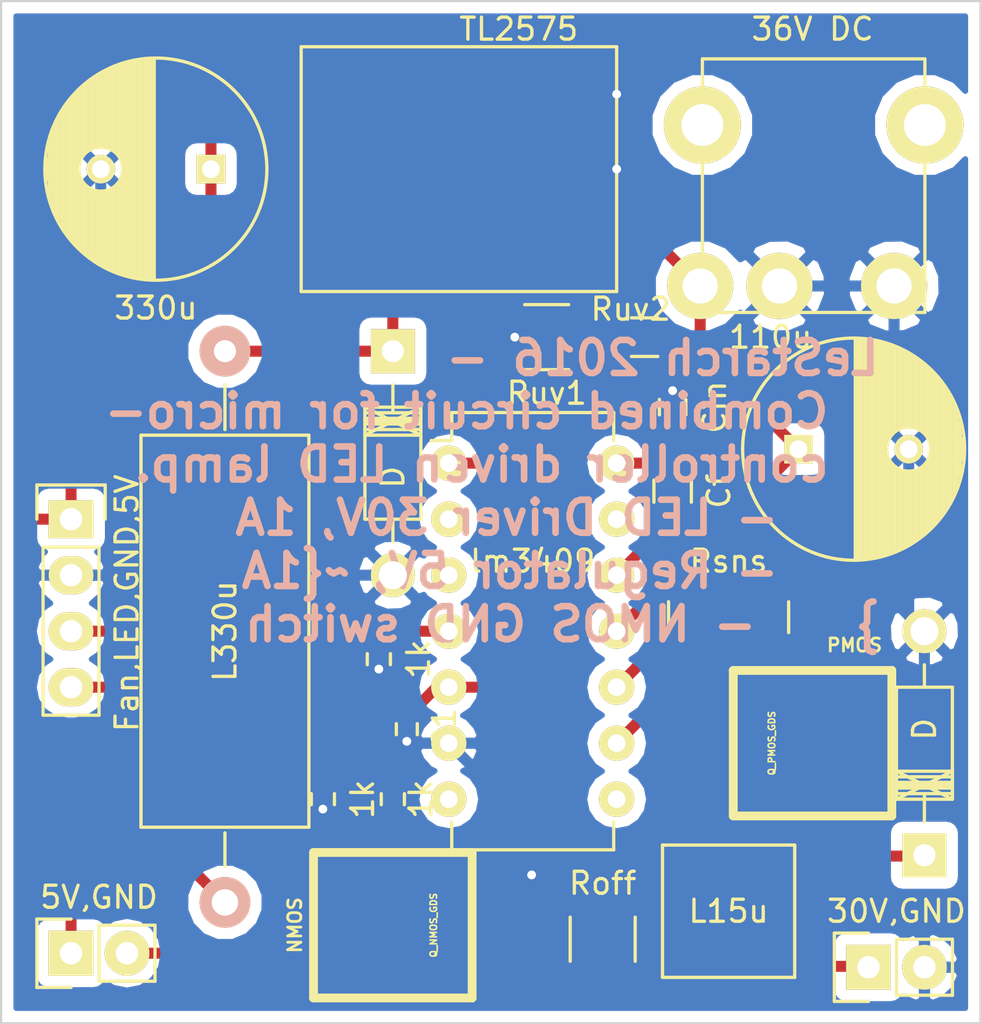
<source format=kicad_pcb>
(kicad_pcb (version 4) (host pcbnew 4.0.4+e1-6308~48~ubuntu16.04.1-stable)

  (general
    (links 48)
    (no_connects 0)
    (area 126.314999 68.529999 170.865001 114.985001)
    (thickness 1.6)
    (drawings 6)
    (tracks 143)
    (zones 0)
    (modules 24)
    (nets 21)
  )

  (page A4)
  (layers
    (0 F.Cu signal)
    (31 B.Cu signal)
    (32 B.Adhes user hide)
    (33 F.Adhes user hide)
    (34 B.Paste user hide)
    (35 F.Paste user hide)
    (36 B.SilkS user hide)
    (37 F.SilkS user)
    (38 B.Mask user hide)
    (39 F.Mask user hide)
    (40 Dwgs.User user hide)
    (41 Cmts.User user hide)
    (42 Eco1.User user hide)
    (43 Eco2.User user hide)
    (44 Edge.Cuts user)
    (45 Margin user hide)
    (46 B.CrtYd user hide)
    (47 F.CrtYd user hide)
    (48 B.Fab user hide)
    (49 F.Fab user hide)
  )

  (setup
    (last_trace_width 0.5)
    (trace_clearance 0.2)
    (zone_clearance 0.508)
    (zone_45_only no)
    (trace_min 0.2)
    (segment_width 0.2)
    (edge_width 0.1)
    (via_size 0.8)
    (via_drill 0.4)
    (via_min_size 0.4)
    (via_min_drill 0.3)
    (uvia_size 0.3)
    (uvia_drill 0.1)
    (uvias_allowed no)
    (uvia_min_size 0.2)
    (uvia_min_drill 0.1)
    (pcb_text_width 0.3)
    (pcb_text_size 1.5 1.5)
    (mod_edge_width 0.15)
    (mod_text_size 1 1)
    (mod_text_width 0.15)
    (pad_size 1.5 1.5)
    (pad_drill 0.6)
    (pad_to_mask_clearance 0)
    (aux_axis_origin 0 0)
    (visible_elements FFFFFF7F)
    (pcbplotparams
      (layerselection 0x00030_80000001)
      (usegerberextensions false)
      (excludeedgelayer true)
      (linewidth 0.100000)
      (plotframeref false)
      (viasonmask false)
      (mode 1)
      (useauxorigin false)
      (hpglpennumber 1)
      (hpglpenspeed 20)
      (hpglpendiameter 15)
      (hpglpenoverlay 2)
      (psnegative false)
      (psa4output false)
      (plotreference true)
      (plotvalue true)
      (plotinvisibletext false)
      (padsonsilk false)
      (subtractmaskfromsilk false)
      (outputformat 1)
      (mirror false)
      (drillshape 1)
      (scaleselection 1)
      (outputdirectory ""))
  )

  (net 0 "")
  (net 1 "Net-(C1-Pad1)")
  (net 2 GND)
  (net 3 VCC)
  (net 4 "Net-(C2-Pad2)")
  (net 5 /Regulator1/5VOut)
  (net 6 "Net-(D1-Pad1)")
  (net 7 "Net-(D201-Pad1)")
  (net 8 "Net-(L1-Pad2)")
  (net 9 "Net-(LM1-Pad1)")
  (net 10 "Net-(LM1-Pad2)")
  (net 11 "Net-(LM1-Pad3)")
  (net 12 "Net-(LM1-Pad4)")
  (net 13 "Net-(LM1-Pad7)")
  (net 14 "Net-(LM1-Pad8)")
  (net 15 "Net-(LM1-Pad9)")
  (net 16 "Net-(LM1-Pad10)")
  (net 17 "Net-(LM1-Pad13)")
  (net 18 "Net-(P1-Pad2)")
  (net 19 "Net-(P3-Pad4)")
  (net 20 "Net-(Q2-Pad1)")

  (net_class Default "This is the default net class."
    (clearance 0.2)
    (trace_width 0.5)
    (via_dia 0.8)
    (via_drill 0.4)
    (uvia_dia 0.3)
    (uvia_drill 0.1)
    (add_net /Regulator1/5VOut)
    (add_net GND)
    (add_net "Net-(C1-Pad1)")
    (add_net "Net-(C2-Pad2)")
    (add_net "Net-(D1-Pad1)")
    (add_net "Net-(D201-Pad1)")
    (add_net "Net-(L1-Pad2)")
    (add_net "Net-(LM1-Pad1)")
    (add_net "Net-(LM1-Pad10)")
    (add_net "Net-(LM1-Pad13)")
    (add_net "Net-(LM1-Pad2)")
    (add_net "Net-(LM1-Pad3)")
    (add_net "Net-(LM1-Pad4)")
    (add_net "Net-(LM1-Pad7)")
    (add_net "Net-(LM1-Pad8)")
    (add_net "Net-(LM1-Pad9)")
    (add_net "Net-(P1-Pad2)")
    (add_net "Net-(P3-Pad4)")
    (add_net "Net-(Q2-Pad1)")
    (add_net VCC)
  )

  (module Resistors_SMD:R_0402 (layer F.Cu) (tedit 58025736) (tstamp 580255D7)
    (at 140.97 104.775 270)
    (descr "Resistor SMD 0402, reflow soldering, Vishay (see dcrcw.pdf)")
    (tags "resistor 0402")
    (path /57CE62A6)
    (attr smd)
    (fp_text reference 1k (at 0 -1.8 270) (layer F.SilkS)
      (effects (font (size 1 1) (thickness 0.15)))
    )
    (fp_text value R (at 0 1.8 270) (layer F.Fab)
      (effects (font (size 1 1) (thickness 0.15)))
    )
    (fp_line (start -0.95 -0.65) (end 0.95 -0.65) (layer F.CrtYd) (width 0.05))
    (fp_line (start -0.95 0.65) (end 0.95 0.65) (layer F.CrtYd) (width 0.05))
    (fp_line (start -0.95 -0.65) (end -0.95 0.65) (layer F.CrtYd) (width 0.05))
    (fp_line (start 0.95 -0.65) (end 0.95 0.65) (layer F.CrtYd) (width 0.05))
    (fp_line (start 0.25 -0.525) (end -0.25 -0.525) (layer F.SilkS) (width 0.15))
    (fp_line (start -0.25 0.525) (end 0.25 0.525) (layer F.SilkS) (width 0.15))
    (pad 1 smd rect (at -0.45 0 270) (size 0.4 0.6) (layers F.Cu F.Paste F.Mask)
      (net 19 "Net-(P3-Pad4)"))
    (pad 2 smd rect (at 0.45 0 270) (size 0.4 0.6) (layers F.Cu F.Paste F.Mask)
      (net 2 GND))
    (model Resistors_SMD.3dshapes/R_0402.wrl
      (at (xyz 0 0 0))
      (scale (xyz 1 1 1))
      (rotate (xyz 0 0 0))
    )
  )

  (module Capacitors_SMD:C_0402 (layer F.Cu) (tedit 5415D599) (tstamp 57CF0E4F)
    (at 144.78 101.6 270)
    (descr "Capacitor SMD 0402, reflow soldering, AVX (see smccp.pdf)")
    (tags "capacitor 0402")
    (path /562734D1)
    (attr smd)
    (fp_text reference C1 (at 0 -1.7 270) (layer F.SilkS)
      (effects (font (size 1 1) (thickness 0.15)))
    )
    (fp_text value Coff (at 0 1.7 270) (layer F.Fab)
      (effects (font (size 1 1) (thickness 0.15)))
    )
    (fp_line (start -1.15 -0.6) (end 1.15 -0.6) (layer F.CrtYd) (width 0.05))
    (fp_line (start -1.15 0.6) (end 1.15 0.6) (layer F.CrtYd) (width 0.05))
    (fp_line (start -1.15 -0.6) (end -1.15 0.6) (layer F.CrtYd) (width 0.05))
    (fp_line (start 1.15 -0.6) (end 1.15 0.6) (layer F.CrtYd) (width 0.05))
    (fp_line (start 0.25 -0.475) (end -0.25 -0.475) (layer F.SilkS) (width 0.15))
    (fp_line (start -0.25 0.475) (end 0.25 0.475) (layer F.SilkS) (width 0.15))
    (pad 1 smd rect (at -0.55 0 270) (size 0.6 0.5) (layers F.Cu F.Paste F.Mask)
      (net 1 "Net-(C1-Pad1)"))
    (pad 2 smd rect (at 0.55 0 270) (size 0.6 0.5) (layers F.Cu F.Paste F.Mask)
      (net 2 GND))
    (model Capacitors_SMD.3dshapes/C_0402.wrl
      (at (xyz 0 0 0))
      (scale (xyz 1 1 1))
      (rotate (xyz 0 0 0))
    )
  )

  (module Capacitors_SMD:C_0805 (layer F.Cu) (tedit 57CF4D42) (tstamp 57CF0E5B)
    (at 156.845 90.805 270)
    (descr "Capacitor SMD 0805, reflow soldering, AVX (see smccp.pdf)")
    (tags "capacitor 0805")
    (path /56272EAE)
    (attr smd)
    (fp_text reference Cf (at 0 -2.1 270) (layer F.SilkS)
      (effects (font (size 1 1) (thickness 0.15)))
    )
    (fp_text value Cf (at 0 2.1 270) (layer F.Fab)
      (effects (font (size 1 1) (thickness 0.15)))
    )
    (fp_line (start -1.8 -1) (end 1.8 -1) (layer F.CrtYd) (width 0.05))
    (fp_line (start -1.8 1) (end 1.8 1) (layer F.CrtYd) (width 0.05))
    (fp_line (start -1.8 -1) (end -1.8 1) (layer F.CrtYd) (width 0.05))
    (fp_line (start 1.8 -1) (end 1.8 1) (layer F.CrtYd) (width 0.05))
    (fp_line (start 0.5 -0.85) (end -0.5 -0.85) (layer F.SilkS) (width 0.15))
    (fp_line (start -0.5 0.85) (end 0.5 0.85) (layer F.SilkS) (width 0.15))
    (pad 1 smd rect (at -1 0 270) (size 1 1.25) (layers F.Cu F.Paste F.Mask)
      (net 3 VCC))
    (pad 2 smd rect (at 1 0 270) (size 1 1.25) (layers F.Cu F.Paste F.Mask)
      (net 4 "Net-(C2-Pad2)"))
    (model Capacitors_SMD.3dshapes/C_0805.wrl
      (at (xyz 0 0 0))
      (scale (xyz 1 1 1))
      (rotate (xyz 0 0 0))
    )
  )

  (module Capacitors_SMD:C_0603 (layer F.Cu) (tedit 57CF4D72) (tstamp 57CF0E67)
    (at 156.845 86.995 90)
    (descr "Capacitor SMD 0603, reflow soldering, AVX (see smccp.pdf)")
    (tags "capacitor 0603")
    (path /56272EF3)
    (attr smd)
    (fp_text reference Cin (at 0 1.905 90) (layer F.SilkS)
      (effects (font (size 1 1) (thickness 0.15)))
    )
    (fp_text value Cin (at 0 1.9 90) (layer F.Fab)
      (effects (font (size 1 1) (thickness 0.15)))
    )
    (fp_line (start -1.45 -0.75) (end 1.45 -0.75) (layer F.CrtYd) (width 0.05))
    (fp_line (start -1.45 0.75) (end 1.45 0.75) (layer F.CrtYd) (width 0.05))
    (fp_line (start -1.45 -0.75) (end -1.45 0.75) (layer F.CrtYd) (width 0.05))
    (fp_line (start 1.45 -0.75) (end 1.45 0.75) (layer F.CrtYd) (width 0.05))
    (fp_line (start -0.35 -0.6) (end 0.35 -0.6) (layer F.SilkS) (width 0.15))
    (fp_line (start 0.35 0.6) (end -0.35 0.6) (layer F.SilkS) (width 0.15))
    (pad 1 smd rect (at -0.75 0 90) (size 0.8 0.75) (layers F.Cu F.Paste F.Mask)
      (net 3 VCC))
    (pad 2 smd rect (at 0.75 0 90) (size 0.8 0.75) (layers F.Cu F.Paste F.Mask)
      (net 2 GND))
    (model Capacitors_SMD.3dshapes/C_0603.wrl
      (at (xyz 0 0 0))
      (scale (xyz 1 1 1))
      (rotate (xyz 0 0 0))
    )
  )

  (module Capacitors_ThroughHole:C_Radial_D10_L16_P5 (layer F.Cu) (tedit 57CF4DE7) (tstamp 57CF0EA2)
    (at 162.56 88.9)
    (descr "Radial Electrolytic Capacitor 10mm x Length 16mm, Pitch 5mm")
    (tags "Electrolytic Capacitor")
    (path /5628696B)
    (fp_text reference 110u (at -1.27 -5.08) (layer F.SilkS)
      (effects (font (size 1 1) (thickness 0.15)))
    )
    (fp_text value CP (at 2.5 6.3) (layer F.Fab)
      (effects (font (size 1 1) (thickness 0.15)))
    )
    (fp_line (start 2.575 -4.999) (end 2.575 4.999) (layer F.SilkS) (width 0.15))
    (fp_line (start 2.715 -4.995) (end 2.715 4.995) (layer F.SilkS) (width 0.15))
    (fp_line (start 2.855 -4.987) (end 2.855 4.987) (layer F.SilkS) (width 0.15))
    (fp_line (start 2.995 -4.975) (end 2.995 4.975) (layer F.SilkS) (width 0.15))
    (fp_line (start 3.135 -4.96) (end 3.135 4.96) (layer F.SilkS) (width 0.15))
    (fp_line (start 3.275 -4.94) (end 3.275 4.94) (layer F.SilkS) (width 0.15))
    (fp_line (start 3.415 -4.916) (end 3.415 4.916) (layer F.SilkS) (width 0.15))
    (fp_line (start 3.555 -4.887) (end 3.555 4.887) (layer F.SilkS) (width 0.15))
    (fp_line (start 3.695 -4.855) (end 3.695 4.855) (layer F.SilkS) (width 0.15))
    (fp_line (start 3.835 -4.818) (end 3.835 4.818) (layer F.SilkS) (width 0.15))
    (fp_line (start 3.975 -4.777) (end 3.975 4.777) (layer F.SilkS) (width 0.15))
    (fp_line (start 4.115 -4.732) (end 4.115 -0.466) (layer F.SilkS) (width 0.15))
    (fp_line (start 4.115 0.466) (end 4.115 4.732) (layer F.SilkS) (width 0.15))
    (fp_line (start 4.255 -4.682) (end 4.255 -0.667) (layer F.SilkS) (width 0.15))
    (fp_line (start 4.255 0.667) (end 4.255 4.682) (layer F.SilkS) (width 0.15))
    (fp_line (start 4.395 -4.627) (end 4.395 -0.796) (layer F.SilkS) (width 0.15))
    (fp_line (start 4.395 0.796) (end 4.395 4.627) (layer F.SilkS) (width 0.15))
    (fp_line (start 4.535 -4.567) (end 4.535 -0.885) (layer F.SilkS) (width 0.15))
    (fp_line (start 4.535 0.885) (end 4.535 4.567) (layer F.SilkS) (width 0.15))
    (fp_line (start 4.675 -4.502) (end 4.675 -0.946) (layer F.SilkS) (width 0.15))
    (fp_line (start 4.675 0.946) (end 4.675 4.502) (layer F.SilkS) (width 0.15))
    (fp_line (start 4.815 -4.432) (end 4.815 -0.983) (layer F.SilkS) (width 0.15))
    (fp_line (start 4.815 0.983) (end 4.815 4.432) (layer F.SilkS) (width 0.15))
    (fp_line (start 4.955 -4.356) (end 4.955 -0.999) (layer F.SilkS) (width 0.15))
    (fp_line (start 4.955 0.999) (end 4.955 4.356) (layer F.SilkS) (width 0.15))
    (fp_line (start 5.095 -4.274) (end 5.095 -0.995) (layer F.SilkS) (width 0.15))
    (fp_line (start 5.095 0.995) (end 5.095 4.274) (layer F.SilkS) (width 0.15))
    (fp_line (start 5.235 -4.186) (end 5.235 -0.972) (layer F.SilkS) (width 0.15))
    (fp_line (start 5.235 0.972) (end 5.235 4.186) (layer F.SilkS) (width 0.15))
    (fp_line (start 5.375 -4.091) (end 5.375 -0.927) (layer F.SilkS) (width 0.15))
    (fp_line (start 5.375 0.927) (end 5.375 4.091) (layer F.SilkS) (width 0.15))
    (fp_line (start 5.515 -3.989) (end 5.515 -0.857) (layer F.SilkS) (width 0.15))
    (fp_line (start 5.515 0.857) (end 5.515 3.989) (layer F.SilkS) (width 0.15))
    (fp_line (start 5.655 -3.879) (end 5.655 -0.756) (layer F.SilkS) (width 0.15))
    (fp_line (start 5.655 0.756) (end 5.655 3.879) (layer F.SilkS) (width 0.15))
    (fp_line (start 5.795 -3.761) (end 5.795 -0.607) (layer F.SilkS) (width 0.15))
    (fp_line (start 5.795 0.607) (end 5.795 3.761) (layer F.SilkS) (width 0.15))
    (fp_line (start 5.935 -3.633) (end 5.935 -0.355) (layer F.SilkS) (width 0.15))
    (fp_line (start 5.935 0.355) (end 5.935 3.633) (layer F.SilkS) (width 0.15))
    (fp_line (start 6.075 -3.496) (end 6.075 3.496) (layer F.SilkS) (width 0.15))
    (fp_line (start 6.215 -3.346) (end 6.215 3.346) (layer F.SilkS) (width 0.15))
    (fp_line (start 6.355 -3.184) (end 6.355 3.184) (layer F.SilkS) (width 0.15))
    (fp_line (start 6.495 -3.007) (end 6.495 3.007) (layer F.SilkS) (width 0.15))
    (fp_line (start 6.635 -2.811) (end 6.635 2.811) (layer F.SilkS) (width 0.15))
    (fp_line (start 6.775 -2.593) (end 6.775 2.593) (layer F.SilkS) (width 0.15))
    (fp_line (start 6.915 -2.347) (end 6.915 2.347) (layer F.SilkS) (width 0.15))
    (fp_line (start 7.055 -2.062) (end 7.055 2.062) (layer F.SilkS) (width 0.15))
    (fp_line (start 7.195 -1.72) (end 7.195 1.72) (layer F.SilkS) (width 0.15))
    (fp_line (start 7.335 -1.274) (end 7.335 1.274) (layer F.SilkS) (width 0.15))
    (fp_line (start 7.475 -0.499) (end 7.475 0.499) (layer F.SilkS) (width 0.15))
    (fp_circle (center 5 0) (end 5 -1) (layer F.SilkS) (width 0.15))
    (fp_circle (center 2.5 0) (end 2.5 -5.0375) (layer F.SilkS) (width 0.15))
    (fp_circle (center 2.5 0) (end 2.5 -5.3) (layer F.CrtYd) (width 0.05))
    (pad 1 thru_hole rect (at 0 0) (size 1.3 1.3) (drill 0.8) (layers *.Cu *.Mask F.SilkS)
      (net 3 VCC))
    (pad 2 thru_hole circle (at 5 0) (size 1.3 1.3) (drill 0.8) (layers *.Cu *.Mask F.SilkS)
      (net 2 GND))
    (model Capacitors_ThroughHole.3dshapes/C_Radial_D10_L16_P5.wrl
      (at (xyz 0.0984252 0 0))
      (scale (xyz 1 1 1))
      (rotate (xyz 0 0 90))
    )
  )

  (module Capacitors_ThroughHole:C_Radial_D10_L16_P5 (layer F.Cu) (tedit 57CF4B93) (tstamp 57CF0EDD)
    (at 135.89 76.2 180)
    (descr "Radial Electrolytic Capacitor 10mm x Length 16mm, Pitch 5mm")
    (tags "Electrolytic Capacitor")
    (path /57CEDDA3/56268BB1)
    (fp_text reference 330u (at 2.5 -6.3 180) (layer F.SilkS)
      (effects (font (size 1 1) (thickness 0.15)))
    )
    (fp_text value 330u (at 2.5 6.3 180) (layer F.Fab)
      (effects (font (size 1 1) (thickness 0.15)))
    )
    (fp_line (start 2.575 -4.999) (end 2.575 4.999) (layer F.SilkS) (width 0.15))
    (fp_line (start 2.715 -4.995) (end 2.715 4.995) (layer F.SilkS) (width 0.15))
    (fp_line (start 2.855 -4.987) (end 2.855 4.987) (layer F.SilkS) (width 0.15))
    (fp_line (start 2.995 -4.975) (end 2.995 4.975) (layer F.SilkS) (width 0.15))
    (fp_line (start 3.135 -4.96) (end 3.135 4.96) (layer F.SilkS) (width 0.15))
    (fp_line (start 3.275 -4.94) (end 3.275 4.94) (layer F.SilkS) (width 0.15))
    (fp_line (start 3.415 -4.916) (end 3.415 4.916) (layer F.SilkS) (width 0.15))
    (fp_line (start 3.555 -4.887) (end 3.555 4.887) (layer F.SilkS) (width 0.15))
    (fp_line (start 3.695 -4.855) (end 3.695 4.855) (layer F.SilkS) (width 0.15))
    (fp_line (start 3.835 -4.818) (end 3.835 4.818) (layer F.SilkS) (width 0.15))
    (fp_line (start 3.975 -4.777) (end 3.975 4.777) (layer F.SilkS) (width 0.15))
    (fp_line (start 4.115 -4.732) (end 4.115 -0.466) (layer F.SilkS) (width 0.15))
    (fp_line (start 4.115 0.466) (end 4.115 4.732) (layer F.SilkS) (width 0.15))
    (fp_line (start 4.255 -4.682) (end 4.255 -0.667) (layer F.SilkS) (width 0.15))
    (fp_line (start 4.255 0.667) (end 4.255 4.682) (layer F.SilkS) (width 0.15))
    (fp_line (start 4.395 -4.627) (end 4.395 -0.796) (layer F.SilkS) (width 0.15))
    (fp_line (start 4.395 0.796) (end 4.395 4.627) (layer F.SilkS) (width 0.15))
    (fp_line (start 4.535 -4.567) (end 4.535 -0.885) (layer F.SilkS) (width 0.15))
    (fp_line (start 4.535 0.885) (end 4.535 4.567) (layer F.SilkS) (width 0.15))
    (fp_line (start 4.675 -4.502) (end 4.675 -0.946) (layer F.SilkS) (width 0.15))
    (fp_line (start 4.675 0.946) (end 4.675 4.502) (layer F.SilkS) (width 0.15))
    (fp_line (start 4.815 -4.432) (end 4.815 -0.983) (layer F.SilkS) (width 0.15))
    (fp_line (start 4.815 0.983) (end 4.815 4.432) (layer F.SilkS) (width 0.15))
    (fp_line (start 4.955 -4.356) (end 4.955 -0.999) (layer F.SilkS) (width 0.15))
    (fp_line (start 4.955 0.999) (end 4.955 4.356) (layer F.SilkS) (width 0.15))
    (fp_line (start 5.095 -4.274) (end 5.095 -0.995) (layer F.SilkS) (width 0.15))
    (fp_line (start 5.095 0.995) (end 5.095 4.274) (layer F.SilkS) (width 0.15))
    (fp_line (start 5.235 -4.186) (end 5.235 -0.972) (layer F.SilkS) (width 0.15))
    (fp_line (start 5.235 0.972) (end 5.235 4.186) (layer F.SilkS) (width 0.15))
    (fp_line (start 5.375 -4.091) (end 5.375 -0.927) (layer F.SilkS) (width 0.15))
    (fp_line (start 5.375 0.927) (end 5.375 4.091) (layer F.SilkS) (width 0.15))
    (fp_line (start 5.515 -3.989) (end 5.515 -0.857) (layer F.SilkS) (width 0.15))
    (fp_line (start 5.515 0.857) (end 5.515 3.989) (layer F.SilkS) (width 0.15))
    (fp_line (start 5.655 -3.879) (end 5.655 -0.756) (layer F.SilkS) (width 0.15))
    (fp_line (start 5.655 0.756) (end 5.655 3.879) (layer F.SilkS) (width 0.15))
    (fp_line (start 5.795 -3.761) (end 5.795 -0.607) (layer F.SilkS) (width 0.15))
    (fp_line (start 5.795 0.607) (end 5.795 3.761) (layer F.SilkS) (width 0.15))
    (fp_line (start 5.935 -3.633) (end 5.935 -0.355) (layer F.SilkS) (width 0.15))
    (fp_line (start 5.935 0.355) (end 5.935 3.633) (layer F.SilkS) (width 0.15))
    (fp_line (start 6.075 -3.496) (end 6.075 3.496) (layer F.SilkS) (width 0.15))
    (fp_line (start 6.215 -3.346) (end 6.215 3.346) (layer F.SilkS) (width 0.15))
    (fp_line (start 6.355 -3.184) (end 6.355 3.184) (layer F.SilkS) (width 0.15))
    (fp_line (start 6.495 -3.007) (end 6.495 3.007) (layer F.SilkS) (width 0.15))
    (fp_line (start 6.635 -2.811) (end 6.635 2.811) (layer F.SilkS) (width 0.15))
    (fp_line (start 6.775 -2.593) (end 6.775 2.593) (layer F.SilkS) (width 0.15))
    (fp_line (start 6.915 -2.347) (end 6.915 2.347) (layer F.SilkS) (width 0.15))
    (fp_line (start 7.055 -2.062) (end 7.055 2.062) (layer F.SilkS) (width 0.15))
    (fp_line (start 7.195 -1.72) (end 7.195 1.72) (layer F.SilkS) (width 0.15))
    (fp_line (start 7.335 -1.274) (end 7.335 1.274) (layer F.SilkS) (width 0.15))
    (fp_line (start 7.475 -0.499) (end 7.475 0.499) (layer F.SilkS) (width 0.15))
    (fp_circle (center 5 0) (end 5 -1) (layer F.SilkS) (width 0.15))
    (fp_circle (center 2.5 0) (end 2.5 -5.0375) (layer F.SilkS) (width 0.15))
    (fp_circle (center 2.5 0) (end 2.5 -5.3) (layer F.CrtYd) (width 0.05))
    (pad 1 thru_hole rect (at 0 0 180) (size 1.3 1.3) (drill 0.8) (layers *.Cu *.Mask F.SilkS)
      (net 5 /Regulator1/5VOut))
    (pad 2 thru_hole circle (at 5 0 180) (size 1.3 1.3) (drill 0.8) (layers *.Cu *.Mask F.SilkS)
      (net 2 GND))
    (model Capacitors_ThroughHole.3dshapes/C_Radial_D10_L16_P5.wrl
      (at (xyz 0.0984252 0 0))
      (scale (xyz 1 1 1))
      (rotate (xyz 0 0 90))
    )
  )

  (module footprints:PJ-051A (layer F.Cu) (tedit 57CF4E30) (tstamp 57CF0F25)
    (at 163.195 76.2 270)
    (path /562740CF)
    (fp_text reference "36V DC" (at -6.35 0 360) (layer F.SilkS)
      (effects (font (size 1 1) (thickness 0.15)))
    )
    (fp_text value "36V DC Power" (at 0 -2.5 270) (layer F.Fab)
      (effects (font (size 1 1) (thickness 0.15)))
    )
    (fp_line (start -5 -5.1) (end 6.5 -5.1) (layer F.SilkS) (width 0.15))
    (fp_line (start 6.5 -5.1) (end 6.5 5) (layer F.SilkS) (width 0.15))
    (fp_line (start 6.5 5) (end -5 5) (layer F.SilkS) (width 0.15))
    (fp_line (start -5 5) (end -5 -5.1) (layer F.SilkS) (width 0.15))
    (pad 4 thru_hole circle (at -2 -5.1 270) (size 3.5 3.5) (drill 1.9) (layers *.Cu *.Mask F.SilkS))
    (pad 4 thru_hole circle (at -2 5 270) (size 3.5 3.5) (drill 1.9) (layers *.Cu *.Mask F.SilkS))
    (pad 3 thru_hole circle (at 5.3 1.5 270) (size 3 3) (drill 1.6) (layers *.Cu *.Mask F.SilkS)
      (net 2 GND))
    (pad 2 thru_hole circle (at 5.3 -3.7 270) (size 3 3) (drill 1.6) (layers *.Cu *.Mask F.SilkS)
      (net 2 GND))
    (pad 1 thru_hole circle (at 5.3 5.1 270) (size 3 3) (drill 1.6) (layers *.Cu *.Mask F.SilkS)
      (net 3 VCC))
  )

  (module Diodes_ThroughHole:Diode_DO-41_SOD81_Horizontal_RM10 (layer F.Cu) (tedit 57CF4C94) (tstamp 57CF0F39)
    (at 168.275 107.315 90)
    (descr "Diode, DO-41, SOD81, Horizontal, RM 10mm,")
    (tags "Diode, DO-41, SOD81, Horizontal, RM 10mm, 1N4007, SB140,")
    (path /5627396C)
    (fp_text reference D (at 5.715 0 90) (layer F.SilkS)
      (effects (font (size 1 1) (thickness 0.15)))
    )
    (fp_text value D_Schottky (at 4.37134 -3.55854 90) (layer F.Fab)
      (effects (font (size 1 1) (thickness 0.15)))
    )
    (fp_line (start 7.62 -0.00254) (end 8.636 -0.00254) (layer F.SilkS) (width 0.15))
    (fp_line (start 2.794 -0.00254) (end 1.524 -0.00254) (layer F.SilkS) (width 0.15))
    (fp_line (start 3.048 -1.27254) (end 3.048 1.26746) (layer F.SilkS) (width 0.15))
    (fp_line (start 3.302 -1.27254) (end 3.302 1.26746) (layer F.SilkS) (width 0.15))
    (fp_line (start 3.556 -1.27254) (end 3.556 1.26746) (layer F.SilkS) (width 0.15))
    (fp_line (start 2.794 -1.27254) (end 2.794 1.26746) (layer F.SilkS) (width 0.15))
    (fp_line (start 3.81 -1.27254) (end 2.54 1.26746) (layer F.SilkS) (width 0.15))
    (fp_line (start 2.54 -1.27254) (end 3.81 1.26746) (layer F.SilkS) (width 0.15))
    (fp_line (start 3.81 -1.27254) (end 3.81 1.26746) (layer F.SilkS) (width 0.15))
    (fp_line (start 3.175 -1.27254) (end 3.175 1.26746) (layer F.SilkS) (width 0.15))
    (fp_line (start 2.54 1.26746) (end 2.54 -1.27254) (layer F.SilkS) (width 0.15))
    (fp_line (start 2.54 -1.27254) (end 7.62 -1.27254) (layer F.SilkS) (width 0.15))
    (fp_line (start 7.62 -1.27254) (end 7.62 1.26746) (layer F.SilkS) (width 0.15))
    (fp_line (start 7.62 1.26746) (end 2.54 1.26746) (layer F.SilkS) (width 0.15))
    (pad 2 thru_hole circle (at 10.16 -0.00254 270) (size 1.99898 1.99898) (drill 1.27) (layers *.Cu *.Mask F.SilkS)
      (net 2 GND))
    (pad 1 thru_hole rect (at 0 -0.00254 270) (size 1.99898 1.99898) (drill 1.00076) (layers *.Cu *.Mask F.SilkS)
      (net 6 "Net-(D1-Pad1)"))
  )

  (module Diodes_ThroughHole:Diode_DO-41_SOD81_Horizontal_RM10 (layer F.Cu) (tedit 57CF4CAE) (tstamp 57CF0F4D)
    (at 144.145 84.455 270)
    (descr "Diode, DO-41, SOD81, Horizontal, RM 10mm,")
    (tags "Diode, DO-41, SOD81, Horizontal, RM 10mm, 1N4007, SB140,")
    (path /57CEDDA3/56268C8A)
    (fp_text reference D (at 5.715 0 270) (layer F.SilkS)
      (effects (font (size 1 1) (thickness 0.15)))
    )
    (fp_text value D_Schottky (at 4.37134 -3.55854 270) (layer F.Fab)
      (effects (font (size 1 1) (thickness 0.15)))
    )
    (fp_line (start 7.62 -0.00254) (end 8.636 -0.00254) (layer F.SilkS) (width 0.15))
    (fp_line (start 2.794 -0.00254) (end 1.524 -0.00254) (layer F.SilkS) (width 0.15))
    (fp_line (start 3.048 -1.27254) (end 3.048 1.26746) (layer F.SilkS) (width 0.15))
    (fp_line (start 3.302 -1.27254) (end 3.302 1.26746) (layer F.SilkS) (width 0.15))
    (fp_line (start 3.556 -1.27254) (end 3.556 1.26746) (layer F.SilkS) (width 0.15))
    (fp_line (start 2.794 -1.27254) (end 2.794 1.26746) (layer F.SilkS) (width 0.15))
    (fp_line (start 3.81 -1.27254) (end 2.54 1.26746) (layer F.SilkS) (width 0.15))
    (fp_line (start 2.54 -1.27254) (end 3.81 1.26746) (layer F.SilkS) (width 0.15))
    (fp_line (start 3.81 -1.27254) (end 3.81 1.26746) (layer F.SilkS) (width 0.15))
    (fp_line (start 3.175 -1.27254) (end 3.175 1.26746) (layer F.SilkS) (width 0.15))
    (fp_line (start 2.54 1.26746) (end 2.54 -1.27254) (layer F.SilkS) (width 0.15))
    (fp_line (start 2.54 -1.27254) (end 7.62 -1.27254) (layer F.SilkS) (width 0.15))
    (fp_line (start 7.62 -1.27254) (end 7.62 1.26746) (layer F.SilkS) (width 0.15))
    (fp_line (start 7.62 1.26746) (end 2.54 1.26746) (layer F.SilkS) (width 0.15))
    (pad 2 thru_hole circle (at 10.16 -0.00254 90) (size 1.99898 1.99898) (drill 1.27) (layers *.Cu *.Mask F.SilkS)
      (net 2 GND))
    (pad 1 thru_hole rect (at 0 -0.00254 90) (size 1.99898 1.99898) (drill 1.00076) (layers *.Cu *.Mask F.SilkS)
      (net 7 "Net-(D201-Pad1)"))
  )

  (module footprints:SLF6045 (layer F.Cu) (tedit 57CF4CFE) (tstamp 57CF0F57)
    (at 159.385 109.855 270)
    (path /562737C8)
    (fp_text reference L15u (at 0 0 360) (layer F.SilkS)
      (effects (font (size 1 1) (thickness 0.15)))
    )
    (fp_text value INDUCTOR (at 0 2.5 270) (layer F.Fab)
      (effects (font (size 1 1) (thickness 0.15)))
    )
    (fp_line (start -3 -3) (end 3 -3) (layer F.SilkS) (width 0.15))
    (fp_line (start 3 -3) (end 3 3) (layer F.SilkS) (width 0.15))
    (fp_line (start 3 3) (end -3 3) (layer F.SilkS) (width 0.15))
    (fp_line (start -3 3) (end -3 -3) (layer F.SilkS) (width 0.15))
    (pad 2 smd rect (at 2.5 0 270) (size 1.5 2.2) (layers F.Cu F.Paste F.Mask)
      (net 8 "Net-(L1-Pad2)"))
    (pad 1 smd rect (at -2.5 0 270) (size 1.5 2.2) (layers F.Cu F.Paste F.Mask)
      (net 6 "Net-(D1-Pad1)"))
  )

  (module Resistors_ThroughHole:Resistor_Horizontal_RM25mm (layer F.Cu) (tedit 57CF4CCF) (tstamp 57CF0F67)
    (at 136.525 84.455 270)
    (descr "Resistor, Axial, RM 25mm,")
    (tags "Resistor Axial RM 25mm")
    (path /57CEDDA3/56268D0B)
    (fp_text reference L330u (at 12.7 0 270) (layer F.SilkS)
      (effects (font (size 1 1) (thickness 0.15)))
    )
    (fp_text value 330u (at 12.49934 6.49986 270) (layer F.Fab)
      (effects (font (size 1 1) (thickness 0.15)))
    )
    (fp_line (start -1.4 -4.05) (end 26.4 -4.05) (layer F.CrtYd) (width 0.05))
    (fp_line (start -1.4 4.05) (end -1.4 -4.05) (layer F.CrtYd) (width 0.05))
    (fp_line (start 26.4 -4.05) (end 26.4 4.05) (layer F.CrtYd) (width 0.05))
    (fp_line (start -1.4 4.05) (end 26.4 4.05) (layer F.CrtYd) (width 0.05))
    (fp_line (start 3.556 0) (end 1.524 0) (layer F.SilkS) (width 0.15))
    (fp_line (start 21.844 0) (end 23.368 0) (layer F.SilkS) (width 0.15))
    (fp_line (start 3.81 -3.81) (end 3.81 3.81) (layer F.SilkS) (width 0.15))
    (fp_line (start 3.81 3.81) (end 21.59 3.81) (layer F.SilkS) (width 0.15))
    (fp_line (start 21.59 3.81) (end 21.59 -3.81) (layer F.SilkS) (width 0.15))
    (fp_line (start 21.59 -3.81) (end 3.81 -3.81) (layer F.SilkS) (width 0.15))
    (pad 1 thru_hole circle (at 0 0 270) (size 2.30124 2.30124) (drill 1.00076) (layers *.Cu *.SilkS *.Mask)
      (net 7 "Net-(D201-Pad1)"))
    (pad 2 thru_hole circle (at 24.99868 0 270) (size 2.30124 2.30124) (drill 1.19888) (layers *.Cu *.SilkS *.Mask)
      (net 5 /Regulator1/5VOut))
  )

  (module Housings_DIP:DIP-14_W7.62mm (layer F.Cu) (tedit 57CF4D8B) (tstamp 57CF0F84)
    (at 146.685 89.535)
    (descr "14-lead dip package, row spacing 7.62 mm (300 mils)")
    (tags "dil dip 2.54 300")
    (path /56272E08)
    (fp_text reference lm3409 (at 3.81 4.445) (layer F.SilkS)
      (effects (font (size 1 1) (thickness 0.15)))
    )
    (fp_text value lm3409 (at 0 -3.72) (layer F.Fab)
      (effects (font (size 1 1) (thickness 0.15)))
    )
    (fp_line (start -1.05 -2.45) (end -1.05 17.7) (layer F.CrtYd) (width 0.05))
    (fp_line (start 8.65 -2.45) (end 8.65 17.7) (layer F.CrtYd) (width 0.05))
    (fp_line (start -1.05 -2.45) (end 8.65 -2.45) (layer F.CrtYd) (width 0.05))
    (fp_line (start -1.05 17.7) (end 8.65 17.7) (layer F.CrtYd) (width 0.05))
    (fp_line (start 0.135 -2.295) (end 0.135 -1.025) (layer F.SilkS) (width 0.15))
    (fp_line (start 7.485 -2.295) (end 7.485 -1.025) (layer F.SilkS) (width 0.15))
    (fp_line (start 7.485 17.535) (end 7.485 16.265) (layer F.SilkS) (width 0.15))
    (fp_line (start 0.135 17.535) (end 0.135 16.265) (layer F.SilkS) (width 0.15))
    (fp_line (start 0.135 -2.295) (end 7.485 -2.295) (layer F.SilkS) (width 0.15))
    (fp_line (start 0.135 17.535) (end 7.485 17.535) (layer F.SilkS) (width 0.15))
    (fp_line (start 0.135 -1.025) (end -0.8 -1.025) (layer F.SilkS) (width 0.15))
    (pad 1 thru_hole oval (at 0 0) (size 1.6 1.6) (drill 0.8) (layers *.Cu *.Mask F.SilkS)
      (net 9 "Net-(LM1-Pad1)"))
    (pad 2 thru_hole oval (at 0 2.54) (size 1.6 1.6) (drill 0.8) (layers *.Cu *.Mask F.SilkS)
      (net 10 "Net-(LM1-Pad2)"))
    (pad 3 thru_hole oval (at 0 5.08) (size 1.6 1.6) (drill 0.8) (layers *.Cu *.Mask F.SilkS)
      (net 11 "Net-(LM1-Pad3)"))
    (pad 4 thru_hole oval (at 0 7.62) (size 1.6 1.6) (drill 0.8) (layers *.Cu *.Mask F.SilkS)
      (net 12 "Net-(LM1-Pad4)"))
    (pad 5 thru_hole oval (at 0 10.16) (size 1.6 1.6) (drill 0.8) (layers *.Cu *.Mask F.SilkS)
      (net 1 "Net-(C1-Pad1)"))
    (pad 6 thru_hole oval (at 0 12.7) (size 1.6 1.6) (drill 0.8) (layers *.Cu *.Mask F.SilkS)
      (net 2 GND))
    (pad 7 thru_hole oval (at 0 15.24) (size 1.6 1.6) (drill 0.8) (layers *.Cu *.Mask F.SilkS)
      (net 13 "Net-(LM1-Pad7)"))
    (pad 8 thru_hole oval (at 7.62 15.24) (size 1.6 1.6) (drill 0.8) (layers *.Cu *.Mask F.SilkS)
      (net 14 "Net-(LM1-Pad8)"))
    (pad 9 thru_hole oval (at 7.62 12.7) (size 1.6 1.6) (drill 0.8) (layers *.Cu *.Mask F.SilkS)
      (net 15 "Net-(LM1-Pad9)"))
    (pad 10 thru_hole oval (at 7.62 10.16) (size 1.6 1.6) (drill 0.8) (layers *.Cu *.Mask F.SilkS)
      (net 16 "Net-(LM1-Pad10)"))
    (pad 11 thru_hole oval (at 7.62 7.62) (size 1.6 1.6) (drill 0.8) (layers *.Cu *.Mask F.SilkS)
      (net 3 VCC))
    (pad 12 thru_hole oval (at 7.62 5.08) (size 1.6 1.6) (drill 0.8) (layers *.Cu *.Mask F.SilkS)
      (net 4 "Net-(C2-Pad2)"))
    (pad 13 thru_hole oval (at 7.62 2.54) (size 1.6 1.6) (drill 0.8) (layers *.Cu *.Mask F.SilkS)
      (net 17 "Net-(LM1-Pad13)"))
    (pad 14 thru_hole oval (at 7.62 0) (size 1.6 1.6) (drill 0.8) (layers *.Cu *.Mask F.SilkS)
      (net 3 VCC))
    (model Housings_DIP.3dshapes/DIP-14_W7.62mm.wrl
      (at (xyz 0 0 0))
      (scale (xyz 1 1 1))
      (rotate (xyz 0 0 0))
    )
  )

  (module Pin_Headers:Pin_Header_Straight_1x02 (layer F.Cu) (tedit 57CF4B7D) (tstamp 57CF0F95)
    (at 129.54 111.76 90)
    (descr "Through hole pin header")
    (tags "pin header")
    (path /57CE52B5)
    (fp_text reference 5V,GND (at 2.54 1.27 180) (layer F.SilkS)
      (effects (font (size 1 1) (thickness 0.15)))
    )
    (fp_text value FanOut (at 0 -3.1 90) (layer F.Fab)
      (effects (font (size 1 1) (thickness 0.15)))
    )
    (fp_line (start 1.27 1.27) (end 1.27 3.81) (layer F.SilkS) (width 0.15))
    (fp_line (start 1.55 -1.55) (end 1.55 0) (layer F.SilkS) (width 0.15))
    (fp_line (start -1.75 -1.75) (end -1.75 4.3) (layer F.CrtYd) (width 0.05))
    (fp_line (start 1.75 -1.75) (end 1.75 4.3) (layer F.CrtYd) (width 0.05))
    (fp_line (start -1.75 -1.75) (end 1.75 -1.75) (layer F.CrtYd) (width 0.05))
    (fp_line (start -1.75 4.3) (end 1.75 4.3) (layer F.CrtYd) (width 0.05))
    (fp_line (start 1.27 1.27) (end -1.27 1.27) (layer F.SilkS) (width 0.15))
    (fp_line (start -1.55 0) (end -1.55 -1.55) (layer F.SilkS) (width 0.15))
    (fp_line (start -1.55 -1.55) (end 1.55 -1.55) (layer F.SilkS) (width 0.15))
    (fp_line (start -1.27 1.27) (end -1.27 3.81) (layer F.SilkS) (width 0.15))
    (fp_line (start -1.27 3.81) (end 1.27 3.81) (layer F.SilkS) (width 0.15))
    (pad 1 thru_hole rect (at 0 0 90) (size 2.032 2.032) (drill 1.016) (layers *.Cu *.Mask F.SilkS)
      (net 5 /Regulator1/5VOut))
    (pad 2 thru_hole oval (at 0 2.54 90) (size 2.032 2.032) (drill 1.016) (layers *.Cu *.Mask F.SilkS)
      (net 18 "Net-(P1-Pad2)"))
    (model Pin_Headers.3dshapes/Pin_Header_Straight_1x02.wrl
      (at (xyz 0 -0.05 0))
      (scale (xyz 1 1 1))
      (rotate (xyz 0 0 90))
    )
  )

  (module Pin_Headers:Pin_Header_Straight_1x02 (layer F.Cu) (tedit 57CF4BC8) (tstamp 57CF0FA6)
    (at 165.735 112.395 90)
    (descr "Through hole pin header")
    (tags "pin header")
    (path /56274535)
    (fp_text reference 30V,GND (at 2.54 1.27 180) (layer F.SilkS)
      (effects (font (size 1 1) (thickness 0.15)))
    )
    (fp_text value ToLED (at 0 -3.1 90) (layer F.Fab)
      (effects (font (size 1 1) (thickness 0.15)))
    )
    (fp_line (start 1.27 1.27) (end 1.27 3.81) (layer F.SilkS) (width 0.15))
    (fp_line (start 1.55 -1.55) (end 1.55 0) (layer F.SilkS) (width 0.15))
    (fp_line (start -1.75 -1.75) (end -1.75 4.3) (layer F.CrtYd) (width 0.05))
    (fp_line (start 1.75 -1.75) (end 1.75 4.3) (layer F.CrtYd) (width 0.05))
    (fp_line (start -1.75 -1.75) (end 1.75 -1.75) (layer F.CrtYd) (width 0.05))
    (fp_line (start -1.75 4.3) (end 1.75 4.3) (layer F.CrtYd) (width 0.05))
    (fp_line (start 1.27 1.27) (end -1.27 1.27) (layer F.SilkS) (width 0.15))
    (fp_line (start -1.55 0) (end -1.55 -1.55) (layer F.SilkS) (width 0.15))
    (fp_line (start -1.55 -1.55) (end 1.55 -1.55) (layer F.SilkS) (width 0.15))
    (fp_line (start -1.27 1.27) (end -1.27 3.81) (layer F.SilkS) (width 0.15))
    (fp_line (start -1.27 3.81) (end 1.27 3.81) (layer F.SilkS) (width 0.15))
    (pad 1 thru_hole rect (at 0 0 90) (size 2.032 2.032) (drill 1.016) (layers *.Cu *.Mask F.SilkS)
      (net 8 "Net-(L1-Pad2)"))
    (pad 2 thru_hole oval (at 0 2.54 90) (size 2.032 2.032) (drill 1.016) (layers *.Cu *.Mask F.SilkS)
      (net 2 GND))
    (model Pin_Headers.3dshapes/Pin_Header_Straight_1x02.wrl
      (at (xyz 0 -0.05 0))
      (scale (xyz 1 1 1))
      (rotate (xyz 0 0 90))
    )
  )

  (module Pin_Headers:Pin_Header_Straight_1x04 (layer F.Cu) (tedit 57CF4B44) (tstamp 57CF0FB9)
    (at 129.54 92.075)
    (descr "Through hole pin header")
    (tags "pin header")
    (path /57CE4DDF)
    (fp_text reference Fan,LED,GND,5V (at 2.54 3.81 90) (layer F.SilkS)
      (effects (font (size 1 1) (thickness 0.15)))
    )
    (fp_text value TeensyConnector (at 0 -3.1) (layer F.Fab)
      (effects (font (size 1 1) (thickness 0.15)))
    )
    (fp_line (start -1.75 -1.75) (end -1.75 9.4) (layer F.CrtYd) (width 0.05))
    (fp_line (start 1.75 -1.75) (end 1.75 9.4) (layer F.CrtYd) (width 0.05))
    (fp_line (start -1.75 -1.75) (end 1.75 -1.75) (layer F.CrtYd) (width 0.05))
    (fp_line (start -1.75 9.4) (end 1.75 9.4) (layer F.CrtYd) (width 0.05))
    (fp_line (start -1.27 1.27) (end -1.27 8.89) (layer F.SilkS) (width 0.15))
    (fp_line (start 1.27 1.27) (end 1.27 8.89) (layer F.SilkS) (width 0.15))
    (fp_line (start 1.55 -1.55) (end 1.55 0) (layer F.SilkS) (width 0.15))
    (fp_line (start -1.27 8.89) (end 1.27 8.89) (layer F.SilkS) (width 0.15))
    (fp_line (start 1.27 1.27) (end -1.27 1.27) (layer F.SilkS) (width 0.15))
    (fp_line (start -1.55 0) (end -1.55 -1.55) (layer F.SilkS) (width 0.15))
    (fp_line (start -1.55 -1.55) (end 1.55 -1.55) (layer F.SilkS) (width 0.15))
    (pad 1 thru_hole rect (at 0 0) (size 2.032 1.7272) (drill 1.016) (layers *.Cu *.Mask F.SilkS)
      (net 5 /Regulator1/5VOut))
    (pad 2 thru_hole oval (at 0 2.54) (size 2.032 1.7272) (drill 1.016) (layers *.Cu *.Mask F.SilkS)
      (net 2 GND))
    (pad 3 thru_hole oval (at 0 5.08) (size 2.032 1.7272) (drill 1.016) (layers *.Cu *.Mask F.SilkS)
      (net 12 "Net-(LM1-Pad4)"))
    (pad 4 thru_hole oval (at 0 7.62) (size 2.032 1.7272) (drill 1.016) (layers *.Cu *.Mask F.SilkS)
      (net 19 "Net-(P3-Pad4)"))
    (model Pin_Headers.3dshapes/Pin_Header_Straight_1x04.wrl
      (at (xyz 0 -0.15 0))
      (scale (xyz 1 1 1))
      (rotate (xyz 0 0 90))
    )
  )

  (module footprints:TO-252-3 (layer F.Cu) (tedit 57CF4D39) (tstamp 57CF0FC4)
    (at 163.195 102.235 270)
    (path /5627364A)
    (fp_text reference PMOS (at -4.445 -1.905 360) (layer F.SilkS)
      (effects (font (size 0.59944 0.59944) (thickness 0.12446)))
    )
    (fp_text value Q_PMOS_GDS (at 0 1.84912 270) (layer F.SilkS)
      (effects (font (size 0.29972 0.29972) (thickness 0.07112)))
    )
    (fp_line (start -3.29946 -3.59918) (end 3.29946 -3.59918) (layer F.SilkS) (width 0.39878))
    (fp_line (start 3.29946 -3.59918) (end 3.29946 3.59918) (layer F.SilkS) (width 0.39878))
    (fp_line (start 3.29946 3.59918) (end -3.29946 3.59918) (layer F.SilkS) (width 0.39878))
    (fp_line (start -3.29946 3.59918) (end -3.29946 -3.59918) (layer F.SilkS) (width 0.39878))
    (pad 1 smd rect (at -2.28092 6.2992 270) (size 1.19888 2.19964) (layers F.Cu F.Paste F.Mask)
      (net 15 "Net-(LM1-Pad9)"))
    (pad 3 smd rect (at 2.28092 6.2992 270) (size 1.19888 2.19964) (layers F.Cu F.Paste F.Mask)
      (net 16 "Net-(LM1-Pad10)"))
    (pad 2 smd rect (at 0 0 270) (size 5.79882 6.4008) (layers F.Cu F.Paste F.Mask)
      (net 6 "Net-(D1-Pad1)"))
  )

  (module footprints:TO-252-3 (layer F.Cu) (tedit 57CF4C65) (tstamp 57CF0FCF)
    (at 144.145 110.49 90)
    (path /57CE561B)
    (fp_text reference NMOS (at 0 -4.445 90) (layer F.SilkS)
      (effects (font (size 0.59944 0.59944) (thickness 0.12446)))
    )
    (fp_text value Q_NMOS_GDS (at 0 1.84912 90) (layer F.SilkS)
      (effects (font (size 0.29972 0.29972) (thickness 0.07112)))
    )
    (fp_line (start -3.29946 -3.59918) (end 3.29946 -3.59918) (layer F.SilkS) (width 0.39878))
    (fp_line (start 3.29946 -3.59918) (end 3.29946 3.59918) (layer F.SilkS) (width 0.39878))
    (fp_line (start 3.29946 3.59918) (end -3.29946 3.59918) (layer F.SilkS) (width 0.39878))
    (fp_line (start -3.29946 3.59918) (end -3.29946 -3.59918) (layer F.SilkS) (width 0.39878))
    (pad 1 smd rect (at -2.28092 6.2992 90) (size 1.19888 2.19964) (layers F.Cu F.Paste F.Mask)
      (net 20 "Net-(Q2-Pad1)"))
    (pad 3 smd rect (at 2.28092 6.2992 90) (size 1.19888 2.19964) (layers F.Cu F.Paste F.Mask)
      (net 2 GND))
    (pad 2 smd rect (at 0 0 90) (size 5.79882 6.4008) (layers F.Cu F.Paste F.Mask)
      (net 18 "Net-(P1-Pad2)"))
  )

  (module Resistors_SMD:R_1210 (layer F.Cu) (tedit 57CF4C79) (tstamp 57CF0FDB)
    (at 153.67 111.125 90)
    (descr "Resistor SMD 1210, reflow soldering, Vishay (see dcrcw.pdf)")
    (tags "resistor 1210")
    (path /562738B9)
    (attr smd)
    (fp_text reference Roff (at 2.54 0 180) (layer F.SilkS)
      (effects (font (size 1 1) (thickness 0.15)))
    )
    (fp_text value Roff (at 0 2.7 90) (layer F.Fab)
      (effects (font (size 1 1) (thickness 0.15)))
    )
    (fp_line (start -2.2 -1.6) (end 2.2 -1.6) (layer F.CrtYd) (width 0.05))
    (fp_line (start -2.2 1.6) (end 2.2 1.6) (layer F.CrtYd) (width 0.05))
    (fp_line (start -2.2 -1.6) (end -2.2 1.6) (layer F.CrtYd) (width 0.05))
    (fp_line (start 2.2 -1.6) (end 2.2 1.6) (layer F.CrtYd) (width 0.05))
    (fp_line (start 1 1.475) (end -1 1.475) (layer F.SilkS) (width 0.15))
    (fp_line (start -1 -1.475) (end 1 -1.475) (layer F.SilkS) (width 0.15))
    (pad 1 smd rect (at -1.45 0 90) (size 0.9 2.5) (layers F.Cu F.Paste F.Mask)
      (net 8 "Net-(L1-Pad2)"))
    (pad 2 smd rect (at 1.45 0 90) (size 0.9 2.5) (layers F.Cu F.Paste F.Mask)
      (net 1 "Net-(C1-Pad1)"))
    (model Resistors_SMD.3dshapes/R_1210.wrl
      (at (xyz 0 0 0))
      (scale (xyz 1 1 1))
      (rotate (xyz 0 0 0))
    )
  )

  (module Resistors_SMD:R_1210 (layer F.Cu) (tedit 57CF4DD2) (tstamp 57CF0FE7)
    (at 151.13 83.82 180)
    (descr "Resistor SMD 1210, reflow soldering, Vishay (see dcrcw.pdf)")
    (tags "resistor 1210")
    (path /56273106)
    (attr smd)
    (fp_text reference Ruv1 (at 0 -2.54 180) (layer F.SilkS)
      (effects (font (size 1 1) (thickness 0.15)))
    )
    (fp_text value Ruv1 (at 0 2.7 180) (layer F.Fab)
      (effects (font (size 1 1) (thickness 0.15)))
    )
    (fp_line (start -2.2 -1.6) (end 2.2 -1.6) (layer F.CrtYd) (width 0.05))
    (fp_line (start -2.2 1.6) (end 2.2 1.6) (layer F.CrtYd) (width 0.05))
    (fp_line (start -2.2 -1.6) (end -2.2 1.6) (layer F.CrtYd) (width 0.05))
    (fp_line (start 2.2 -1.6) (end 2.2 1.6) (layer F.CrtYd) (width 0.05))
    (fp_line (start 1 1.475) (end -1 1.475) (layer F.SilkS) (width 0.15))
    (fp_line (start -1 -1.475) (end 1 -1.475) (layer F.SilkS) (width 0.15))
    (pad 1 smd rect (at -1.45 0 180) (size 0.9 2.5) (layers F.Cu F.Paste F.Mask)
      (net 9 "Net-(LM1-Pad1)"))
    (pad 2 smd rect (at 1.45 0 180) (size 0.9 2.5) (layers F.Cu F.Paste F.Mask)
      (net 2 GND))
    (model Resistors_SMD.3dshapes/R_1210.wrl
      (at (xyz 0 0 0))
      (scale (xyz 1 1 1))
      (rotate (xyz 0 0 0))
    )
  )

  (module Resistors_SMD:R_0805 (layer F.Cu) (tedit 57CF4DCA) (tstamp 57CF0FF3)
    (at 155.575 83.82 180)
    (descr "Resistor SMD 0805, reflow soldering, Vishay (see dcrcw.pdf)")
    (tags "resistor 0805")
    (path /56273097)
    (attr smd)
    (fp_text reference Ruv2 (at 0.635 1.27 180) (layer F.SilkS)
      (effects (font (size 1 1) (thickness 0.15)))
    )
    (fp_text value Ruv2 (at 0 2.1 180) (layer F.Fab)
      (effects (font (size 1 1) (thickness 0.15)))
    )
    (fp_line (start -1.6 -1) (end 1.6 -1) (layer F.CrtYd) (width 0.05))
    (fp_line (start -1.6 1) (end 1.6 1) (layer F.CrtYd) (width 0.05))
    (fp_line (start -1.6 -1) (end -1.6 1) (layer F.CrtYd) (width 0.05))
    (fp_line (start 1.6 -1) (end 1.6 1) (layer F.CrtYd) (width 0.05))
    (fp_line (start 0.6 0.875) (end -0.6 0.875) (layer F.SilkS) (width 0.15))
    (fp_line (start -0.6 -0.875) (end 0.6 -0.875) (layer F.SilkS) (width 0.15))
    (pad 1 smd rect (at -0.95 0 180) (size 0.7 1.3) (layers F.Cu F.Paste F.Mask)
      (net 3 VCC))
    (pad 2 smd rect (at 0.95 0 180) (size 0.7 1.3) (layers F.Cu F.Paste F.Mask)
      (net 9 "Net-(LM1-Pad1)"))
    (model Resistors_SMD.3dshapes/R_0805.wrl
      (at (xyz 0 0 0))
      (scale (xyz 1 1 1))
      (rotate (xyz 0 0 0))
    )
  )

  (module footprints:R_1020 (layer F.Cu) (tedit 57CF4D22) (tstamp 57CF0FFF)
    (at 159.385 96.52 90)
    (descr "Resistor SMD 2010, reflow soldering, Vishay (see dcrcw.pdf)")
    (tags "resistor 2010")
    (path /56273157)
    (attr smd)
    (fp_text reference Rsns (at 2.54 0 180) (layer F.SilkS)
      (effects (font (size 1 1) (thickness 0.15)))
    )
    (fp_text value Rsns (at 0 4 90) (layer F.Fab)
      (effects (font (size 1 1) (thickness 0.15)))
    )
    (fp_line (start -2 -2.85) (end 2 -2.85) (layer F.CrtYd) (width 0.05))
    (fp_line (start -2 2.85) (end 2 2.85) (layer F.CrtYd) (width 0.05))
    (fp_line (start -2 -2.85) (end -2 2.85) (layer F.CrtYd) (width 0.05))
    (fp_line (start 2 -2.85) (end 2 2.85) (layer F.CrtYd) (width 0.05))
    (fp_line (start 0.7 2.725) (end -0.7 2.725) (layer F.SilkS) (width 0.15))
    (fp_line (start -0.7 -2.725) (end 0.7 -2.725) (layer F.SilkS) (width 0.15))
    (pad 1 smd rect (at -1.2 0 90) (size 1 5) (layers F.Cu F.Paste F.Mask)
      (net 16 "Net-(LM1-Pad10)"))
    (pad 2 smd rect (at 1.2 0 90) (size 1 5) (layers F.Cu F.Paste F.Mask)
      (net 3 VCC))
    (model Resistors_SMD.3dshapes/R_2010.wrl
      (at (xyz 0 0 0))
      (scale (xyz 1 1 1))
      (rotate (xyz 0 0 0))
    )
  )

  (module Resistors_SMD:R_0402 (layer F.Cu) (tedit 57CF4C31) (tstamp 57CF1017)
    (at 144.145 104.775 270)
    (descr "Resistor SMD 0402, reflow soldering, Vishay (see dcrcw.pdf)")
    (tags "resistor 0402")
    (path /57CE5FB3)
    (attr smd)
    (fp_text reference 1k (at 0 -1.27 270) (layer F.SilkS)
      (effects (font (size 1 1) (thickness 0.15)))
    )
    (fp_text value R (at 0 1.8 270) (layer F.Fab)
      (effects (font (size 1 1) (thickness 0.15)))
    )
    (fp_line (start -0.95 -0.65) (end 0.95 -0.65) (layer F.CrtYd) (width 0.05))
    (fp_line (start -0.95 0.65) (end 0.95 0.65) (layer F.CrtYd) (width 0.05))
    (fp_line (start -0.95 -0.65) (end -0.95 0.65) (layer F.CrtYd) (width 0.05))
    (fp_line (start 0.95 -0.65) (end 0.95 0.65) (layer F.CrtYd) (width 0.05))
    (fp_line (start 0.25 -0.525) (end -0.25 -0.525) (layer F.SilkS) (width 0.15))
    (fp_line (start -0.25 0.525) (end 0.25 0.525) (layer F.SilkS) (width 0.15))
    (pad 1 smd rect (at -0.45 0 270) (size 0.4 0.6) (layers F.Cu F.Paste F.Mask)
      (net 19 "Net-(P3-Pad4)"))
    (pad 2 smd rect (at 0.45 0 270) (size 0.4 0.6) (layers F.Cu F.Paste F.Mask)
      (net 20 "Net-(Q2-Pad1)"))
    (model Resistors_SMD.3dshapes/R_0402.wrl
      (at (xyz 0 0 0))
      (scale (xyz 1 1 1))
      (rotate (xyz 0 0 0))
    )
  )

  (module footprints:TO-263 (layer F.Cu) (tedit 57CF4E15) (tstamp 57CF1026)
    (at 154.305 76.2 90)
    (path /57CEDDA3/562659EA)
    (fp_text reference TL2575 (at 6.35 -4.445 180) (layer F.SilkS)
      (effects (font (size 1 1) (thickness 0.15)))
    )
    (fp_text value TL25527 (at 0 -5 90) (layer F.Fab)
      (effects (font (size 1 1) (thickness 0.15)))
    )
    (fp_line (start 0 0) (end -5.55 0) (layer F.SilkS) (width 0.15))
    (fp_line (start -5.55 0) (end -5.55 -14.32) (layer F.SilkS) (width 0.15))
    (fp_line (start -5.55 -14.32) (end 5.55 -14.32) (layer F.SilkS) (width 0.15))
    (fp_line (start 5.55 -14.32) (end 5.55 0) (layer F.SilkS) (width 0.15))
    (fp_line (start 5.55 0) (end 0.03 0) (layer F.SilkS) (width 0.15))
    (pad 3 smd rect (at 0 0 90) (size 1.07 2.16) (layers F.Cu F.Paste F.Mask)
      (net 2 GND))
    (pad 4 smd rect (at 1.7 0 90) (size 1.07 2.16) (layers F.Cu F.Paste F.Mask)
      (net 5 /Regulator1/5VOut))
    (pad 2 smd rect (at -1.7 0 90) (size 1.07 2.16) (layers F.Cu F.Paste F.Mask)
      (net 7 "Net-(D201-Pad1)"))
    (pad 5 smd rect (at 3.4 0 90) (size 1.07 2.16) (layers F.Cu F.Paste F.Mask)
      (net 2 GND))
    (pad 1 smd rect (at -3.4 0 90) (size 1.07 2.16) (layers F.Cu F.Paste F.Mask)
      (net 3 VCC))
    (pad "" smd rect (at 0 -10.67 90) (size 10.8 7) (layers F.Cu F.Paste F.Mask))
  )

  (module Resistors_SMD:R_0402 (layer F.Cu) (tedit 5802572C) (tstamp 580255E3)
    (at 143.51 98.425 270)
    (descr "Resistor SMD 0402, reflow soldering, Vishay (see dcrcw.pdf)")
    (tags "resistor 0402")
    (path /58025BA4)
    (attr smd)
    (fp_text reference 1k (at 0 -1.8 270) (layer F.SilkS)
      (effects (font (size 1 1) (thickness 0.15)))
    )
    (fp_text value R (at 0 1.8 270) (layer F.Fab)
      (effects (font (size 1 1) (thickness 0.15)))
    )
    (fp_line (start -0.95 -0.65) (end 0.95 -0.65) (layer F.CrtYd) (width 0.05))
    (fp_line (start -0.95 0.65) (end 0.95 0.65) (layer F.CrtYd) (width 0.05))
    (fp_line (start -0.95 -0.65) (end -0.95 0.65) (layer F.CrtYd) (width 0.05))
    (fp_line (start 0.95 -0.65) (end 0.95 0.65) (layer F.CrtYd) (width 0.05))
    (fp_line (start 0.25 -0.525) (end -0.25 -0.525) (layer F.SilkS) (width 0.15))
    (fp_line (start -0.25 0.525) (end 0.25 0.525) (layer F.SilkS) (width 0.15))
    (pad 1 smd rect (at -0.45 0 270) (size 0.4 0.6) (layers F.Cu F.Paste F.Mask)
      (net 12 "Net-(LM1-Pad4)"))
    (pad 2 smd rect (at 0.45 0 270) (size 0.4 0.6) (layers F.Cu F.Paste F.Mask)
      (net 2 GND))
    (model Resistors_SMD.3dshapes/R_0402.wrl
      (at (xyz 0 0 0))
      (scale (xyz 1 1 1))
      (rotate (xyz 0 0 0))
    )
  )

  (gr_text "LeStarch 2016 -\n  Combined circuit for micro-\n  controller driven LED lamp.\n    - LED Driver 30V, 1A\n    - Regulator 5V, ~1A\n    - NMOS GND switch" (at 166.37 90.805) (layer B.SilkS)
    (effects (font (size 1.5 1.5) (thickness 0.3)) (justify left mirror))
  )
  (gr_line (start 126.365 68.58) (end 127 68.58) (angle 90) (layer Edge.Cuts) (width 0.1))
  (gr_line (start 126.365 114.935) (end 126.365 68.58) (angle 90) (layer Edge.Cuts) (width 0.1))
  (gr_line (start 170.815 114.935) (end 126.365 114.935) (angle 90) (layer Edge.Cuts) (width 0.1))
  (gr_line (start 170.815 68.58) (end 170.815 114.935) (angle 90) (layer Edge.Cuts) (width 0.1))
  (gr_line (start 127 68.58) (end 170.815 68.58) (angle 90) (layer Edge.Cuts) (width 0.1))

  (segment (start 146.685 99.695) (end 149.86 99.695) (width 0.5) (layer F.Cu) (net 1))
  (segment (start 152.4 108.405) (end 153.67 109.675) (width 0.5) (layer F.Cu) (net 1) (tstamp 57CF41F3))
  (segment (start 152.4 102.235) (end 152.4 108.405) (width 0.5) (layer F.Cu) (net 1) (tstamp 57CF41EE))
  (segment (start 149.86 99.695) (end 152.4 102.235) (width 0.5) (layer F.Cu) (net 1) (tstamp 57CF41EB))
  (segment (start 146.685 99.695) (end 146.135 99.695) (width 0.5) (layer F.Cu) (net 1))
  (segment (start 146.135 99.695) (end 144.78 101.05) (width 0.5) (layer F.Cu) (net 1) (tstamp 57CF41E0))
  (via (at 140.97 105.225) (size 0.8) (drill 0.4) (layers F.Cu B.Cu) (net 2) (status C00000))
  (segment (start 137.16 94.615) (end 137.16 106.045) (width 0.5) (layer B.Cu) (net 2) (tstamp 580256DF))
  (segment (start 137.795 106.68) (end 137.16 106.045) (width 0.5) (layer B.Cu) (net 2) (tstamp 580256DE))
  (segment (start 139.515 106.68) (end 137.795 106.68) (width 0.5) (layer B.Cu) (net 2) (tstamp 580256DD))
  (segment (start 139.515 106.68) (end 140.97 105.225) (width 0.5) (layer B.Cu) (net 2) (tstamp 580256DC) (status 800000))
  (via (at 143.51 98.875) (size 0.8) (drill 0.4) (layers F.Cu B.Cu) (net 2))
  (segment (start 142.24 99.61) (end 142.775 99.61) (width 0.5) (layer B.Cu) (net 2) (tstamp 580256AD))
  (segment (start 142.775 99.61) (end 143.51 98.875) (width 0.5) (layer B.Cu) (net 2) (tstamp 580256AC))
  (segment (start 146.05 82.55) (end 148.41 82.55) (width 0.5) (layer B.Cu) (net 2) (tstamp 57CF48DF))
  (segment (start 148.41 82.55) (end 149.68 83.82) (width 0.5) (layer B.Cu) (net 2) (tstamp 57CF48DE))
  (segment (start 167.56 88.9) (end 167.56 96.44254) (width 0.5) (layer B.Cu) (net 2))
  (segment (start 167.56 96.44254) (end 168.27246 97.155) (width 0.5) (layer B.Cu) (net 2) (tstamp 57CF4032))
  (segment (start 166.895 81.5) (end 166.895 88.235) (width 0.5) (layer B.Cu) (net 2))
  (segment (start 166.895 88.235) (end 167.56 88.9) (width 0.5) (layer B.Cu) (net 2) (tstamp 57CF402F))
  (segment (start 130.89 76.2) (end 130.89 81.915) (width 0.5) (layer B.Cu) (net 2))
  (segment (start 130.89 81.915) (end 130.255 82.55) (width 0.5) (layer B.Cu) (net 2) (tstamp 57CF402B))
  (segment (start 156.21 78.105) (end 150.495 78.105) (width 0.5) (layer B.Cu) (net 2))
  (segment (start 150.495 78.105) (end 146.05 82.55) (width 0.5) (layer B.Cu) (net 2) (tstamp 57CF3EB6))
  (segment (start 130.255 82.55) (end 146.05 82.55) (width 0.5) (layer B.Cu) (net 2) (tstamp 57CF3EA2))
  (segment (start 130.255 82.55) (end 130.175 82.55) (width 0.5) (layer B.Cu) (net 2) (tstamp 57CF3EA8))
  (segment (start 130.175 82.55) (end 130.255 82.55) (width 0.5) (layer B.Cu) (net 2) (tstamp 57CF3EAE))
  (segment (start 142.24 94.615) (end 142.24 99.61) (width 0.5) (layer B.Cu) (net 2))
  (segment (start 144.865 102.235) (end 144.78 102.15) (width 0.5) (layer B.Cu) (net 2) (tstamp 57CF3E58))
  (segment (start 144.865 102.235) (end 146.685 102.235) (width 0.5) (layer B.Cu) (net 2) (tstamp 57CF3E59))
  (segment (start 142.24 99.61) (end 144.78 102.15) (width 0.5) (layer B.Cu) (net 2) (tstamp 57CF3E87))
  (segment (start 150.495 108.15828) (end 150.4442 108.20908) (width 0.5) (layer B.Cu) (net 2) (tstamp 57CF3E64))
  (segment (start 150.495 108.15828) (end 150.495 106.045) (width 0.5) (layer B.Cu) (net 2) (tstamp 57CF3E65))
  (segment (start 146.685 102.235) (end 150.495 106.045) (width 0.5) (layer B.Cu) (net 2) (tstamp 57CF3E6C))
  (segment (start 129.54 94.615) (end 137.16 94.615) (width 0.5) (layer B.Cu) (net 2))
  (segment (start 137.16 94.615) (end 142.24 94.615) (width 0.5) (layer B.Cu) (net 2) (tstamp 580256E2))
  (segment (start 142.24 94.615) (end 144.14754 94.615) (width 0.5) (layer B.Cu) (net 2) (tstamp 57CF3E85))
  (segment (start 130.255 82.55) (end 130.255 87.71) (width 0.5) (layer B.Cu) (net 2) (tstamp 57CF3EAF))
  (segment (start 131.445 94.615) (end 129.54 94.615) (width 0.5) (layer B.Cu) (net 2) (tstamp 57CF3E42))
  (segment (start 132.08 93.98) (end 131.445 94.615) (width 0.5) (layer B.Cu) (net 2) (tstamp 57CF3E40))
  (segment (start 132.08 89.535) (end 132.08 93.98) (width 0.5) (layer B.Cu) (net 2) (tstamp 57CF3E3E))
  (segment (start 130.255 87.71) (end 132.08 89.535) (width 0.5) (layer B.Cu) (net 2) (tstamp 57CF3E3A))
  (segment (start 155.575 77.47) (end 155.575 74.07) (width 0.5) (layer B.Cu) (net 2) (tstamp 57CF3E1E))
  (segment (start 155.575 74.07) (end 154.305 72.8) (width 0.5) (layer B.Cu) (net 2) (tstamp 57CF3E1D))
  (segment (start 156.21 78.105) (end 155.575 77.47) (width 0.5) (layer B.Cu) (net 2) (tstamp 57CF3DFD))
  (segment (start 155.575 77.47) (end 154.305 76.2) (width 0.5) (layer B.Cu) (net 2) (tstamp 57CF3E23))
  (segment (start 156.21 78.105) (end 158.3 78.105) (width 0.5) (layer B.Cu) (net 2) (tstamp 57CF3DFE))
  (segment (start 161.695 81.5) (end 158.3 78.105) (width 0.5) (layer B.Cu) (net 2) (tstamp 57CF3E01))
  (segment (start 156.845 86.245) (end 161.59 81.5) (width 0.5) (layer B.Cu) (net 2) (tstamp 57CF3DD0))
  (segment (start 161.59 81.5) (end 161.695 81.5) (width 0.5) (layer B.Cu) (net 2) (tstamp 57CF3DD1))
  (segment (start 161.695 81.5) (end 161.695 81.51) (width 0.5) (layer B.Cu) (net 2))
  (segment (start 168.27246 97.155) (end 168.27246 104.14254) (width 0.5) (layer B.Cu) (net 2))
  (segment (start 168.27246 104.14254) (end 166.37 106.045) (width 0.5) (layer B.Cu) (net 2) (tstamp 57CF3CE7))
  (segment (start 166.37 106.045) (end 166.37 109.22) (width 0.5) (layer B.Cu) (net 2) (tstamp 57CF3CEE))
  (segment (start 166.37 109.22) (end 168.275 111.125) (width 0.5) (layer B.Cu) (net 2) (tstamp 57CF3CEF))
  (segment (start 168.275 111.125) (end 168.275 112.395) (width 0.5) (layer B.Cu) (net 2) (tstamp 57CF3CF2))
  (segment (start 167.56 82.165) (end 166.895 81.5) (width 0.5) (layer B.Cu) (net 2) (tstamp 57CF3CD0))
  (segment (start 166.895 81.5) (end 161.695 81.5) (width 0.5) (layer B.Cu) (net 2) (tstamp 57CF3CD1))
  (via (at 149.68 83.82) (size 0.8) (drill 0.4) (layers F.Cu B.Cu) (net 2))
  (via (at 144.78 102.15) (size 0.8) (drill 0.4) (layers F.Cu B.Cu) (net 2))
  (via (at 150.4442 108.20908) (size 0.8) (drill 0.4) (layers F.Cu B.Cu) (net 2))
  (via (at 154.305 72.8) (size 0.8) (drill 0.4) (layers F.Cu B.Cu) (net 2))
  (via (at 154.305 76.2) (size 0.8) (drill 0.4) (layers F.Cu B.Cu) (net 2))
  (via (at 156.845 86.245) (size 0.8) (drill 0.4) (layers F.Cu B.Cu) (net 2))
  (segment (start 159.385 90.805) (end 157.845 90.805) (width 0.5) (layer F.Cu) (net 3))
  (segment (start 159.385 95.32) (end 159.385 91.44) (width 0.5) (layer F.Cu) (net 3))
  (segment (start 159.385 90.805) (end 159.385 91.44) (width 0.5) (layer F.Cu) (net 3))
  (segment (start 157.845 90.805) (end 156.845 89.805) (width 0.5) (layer F.Cu) (net 3) (tstamp 57E72D2A))
  (segment (start 158.095 83.82) (end 156.525 83.82) (width 0.5) (layer F.Cu) (net 3))
  (segment (start 154.305 97.155) (end 155.575 95.885) (width 0.5) (layer F.Cu) (net 3))
  (segment (start 158.82 95.885) (end 159.385 95.32) (width 0.5) (layer F.Cu) (net 3) (tstamp 57CF425B))
  (segment (start 155.575 95.885) (end 158.82 95.885) (width 0.5) (layer F.Cu) (net 3) (tstamp 57CF4259))
  (segment (start 156.845 87.745) (end 156.845 89.805) (width 0.5) (layer F.Cu) (net 3))
  (segment (start 156.845 89.805) (end 161.655 89.805) (width 0.5) (layer F.Cu) (net 3))
  (segment (start 161.655 89.805) (end 162.56 88.9) (width 0.5) (layer F.Cu) (net 3) (tstamp 57CF411F))
  (segment (start 154.305 89.535) (end 156.575 89.535) (width 0.5) (layer F.Cu) (net 3))
  (segment (start 156.575 89.535) (end 156.845 89.805) (width 0.5) (layer F.Cu) (net 3) (tstamp 57CF411C))
  (segment (start 156.845 87.745) (end 161.405 87.745) (width 0.5) (layer F.Cu) (net 3))
  (segment (start 161.405 87.745) (end 161.29 87.63) (width 0.5) (layer F.Cu) (net 3) (tstamp 57CF4108))
  (segment (start 158.095 81.5) (end 158.095 83.82) (width 0.5) (layer F.Cu) (net 3))
  (segment (start 158.095 83.82) (end 158.095 84.435) (width 0.5) (layer F.Cu) (net 3) (tstamp 57CF48CC))
  (segment (start 158.095 84.435) (end 161.29 87.63) (width 0.5) (layer F.Cu) (net 3) (tstamp 57CF4035))
  (segment (start 161.29 87.63) (end 162.56 88.9) (width 0.5) (layer F.Cu) (net 3) (tstamp 57CF410C))
  (segment (start 154.305 79.6) (end 156.195 79.6) (width 0.5) (layer F.Cu) (net 3))
  (segment (start 156.195 79.6) (end 158.095 81.5) (width 0.5) (layer F.Cu) (net 3) (tstamp 57CF3ED5))
  (segment (start 156.845 91.805) (end 156.845 92.075) (width 0.5) (layer F.Cu) (net 4))
  (segment (start 156.845 92.075) (end 154.305 94.615) (width 0.5) (layer F.Cu) (net 4) (tstamp 57CF4260))
  (segment (start 129.54 111.76) (end 129.54 106.68) (width 0.5) (layer F.Cu) (net 5))
  (segment (start 127.635 106.68) (end 129.54 106.68) (width 0.5) (layer F.Cu) (net 5))
  (segment (start 129.54 106.68) (end 133.75132 106.68) (width 0.5) (layer F.Cu) (net 5) (tstamp 57CF4362))
  (segment (start 127.635 92.075) (end 127.635 106.68) (width 0.5) (layer F.Cu) (net 5) (tstamp 57CF4330))
  (segment (start 129.54 92.075) (end 127.635 92.075) (width 0.5) (layer F.Cu) (net 5))
  (segment (start 133.75132 106.68) (end 136.525 109.45368) (width 0.5) (layer F.Cu) (net 5) (tstamp 57CF4338))
  (segment (start 135.89 76.2) (end 135.89 79.375) (width 0.5) (layer F.Cu) (net 5))
  (segment (start 129.54 85.725) (end 129.54 92.075) (width 0.5) (layer F.Cu) (net 5) (tstamp 57CF432A))
  (segment (start 135.89 79.375) (end 129.54 85.725) (width 0.5) (layer F.Cu) (net 5) (tstamp 57CF4321))
  (segment (start 151.765 69.85) (end 151.765 74.295) (width 0.5) (layer F.Cu) (net 5))
  (segment (start 135.89 69.85) (end 151.765 69.85) (width 0.5) (layer F.Cu) (net 5) (tstamp 57CF42EC))
  (segment (start 135.89 76.2) (end 135.89 69.85) (width 0.5) (layer F.Cu) (net 5))
  (segment (start 151.97 74.5) (end 154.305 74.5) (width 0.5) (layer F.Cu) (net 5) (tstamp 57CF42F4))
  (segment (start 151.765 74.295) (end 151.97 74.5) (width 0.5) (layer F.Cu) (net 5) (tstamp 57CF42F2))
  (segment (start 159.385 107.355) (end 161.25 107.355) (width 0.5) (layer F.Cu) (net 6))
  (segment (start 163.195 105.41) (end 163.195 102.235) (width 0.5) (layer F.Cu) (net 6) (tstamp 57CF420F))
  (segment (start 161.25 107.355) (end 163.195 105.41) (width 0.5) (layer F.Cu) (net 6) (tstamp 57CF420A))
  (segment (start 159.385 107.355) (end 168.23246 107.355) (width 0.5) (layer F.Cu) (net 6))
  (segment (start 168.23246 107.355) (end 168.27246 107.315) (width 0.5) (layer F.Cu) (net 6) (tstamp 57CF4206))
  (segment (start 144.145 84.45246) (end 144.145 82.55) (width 0.5) (layer F.Cu) (net 7))
  (segment (start 152.605 77.9) (end 147.955 82.55) (width 0.5) (layer F.Cu) (net 7) (tstamp 57CF4302))
  (segment (start 147.955 82.55) (end 144.145 82.55) (width 0.5) (layer F.Cu) (net 7) (tstamp 57CF430C))
  (segment (start 152.605 77.9) (end 154.305 77.9) (width 0.5) (layer F.Cu) (net 7))
  (segment (start 144.145 84.45246) (end 144.14754 84.455) (width 0.5) (layer F.Cu) (net 7) (tstamp 57CF4316))
  (segment (start 144.14754 84.455) (end 136.525 84.455) (width 0.5) (layer F.Cu) (net 7))
  (segment (start 159.385 112.355) (end 165.695 112.355) (width 0.5) (layer F.Cu) (net 8))
  (segment (start 165.695 112.355) (end 165.735 112.395) (width 0.5) (layer F.Cu) (net 8) (tstamp 57CF4203))
  (segment (start 153.67 112.575) (end 159.165 112.575) (width 0.5) (layer F.Cu) (net 8))
  (segment (start 159.165 112.575) (end 159.385 112.355) (width 0.5) (layer F.Cu) (net 8) (tstamp 57CF41F9))
  (segment (start 146.685 89.535) (end 149.86 89.535) (width 0.5) (layer F.Cu) (net 9))
  (segment (start 152.58 86.815) (end 152.58 83.82) (width 0.5) (layer F.Cu) (net 9) (tstamp 57CF48D4))
  (segment (start 149.86 89.535) (end 152.58 86.815) (width 0.5) (layer F.Cu) (net 9) (tstamp 57CF48D2))
  (segment (start 154.625 83.82) (end 152.58 83.82) (width 0.5) (layer F.Cu) (net 9))
  (segment (start 143.51 97.975) (end 143.51 97.155) (width 0.5) (layer F.Cu) (net 12))
  (segment (start 129.54 97.155) (end 143.51 97.155) (width 0.5) (layer F.Cu) (net 12))
  (segment (start 143.51 97.155) (end 146.685 97.155) (width 0.5) (layer F.Cu) (net 12) (tstamp 580256A9))
  (segment (start 156.8958 99.95408) (end 156.58592 99.95408) (width 0.5) (layer F.Cu) (net 15))
  (segment (start 156.58592 99.95408) (end 154.305 102.235) (width 0.5) (layer F.Cu) (net 15) (tstamp 57CF424F))
  (segment (start 156.8958 104.51592) (end 158.49092 104.51592) (width 0.5) (layer F.Cu) (net 16))
  (segment (start 158.68 104.32684) (end 158.68 98.425) (width 0.5) (layer F.Cu) (net 16) (tstamp 57CF4248))
  (segment (start 158.49092 104.51592) (end 158.68 104.32684) (width 0.5) (layer F.Cu) (net 16) (tstamp 57CF4244))
  (segment (start 154.305 99.695) (end 155.575 98.425) (width 0.5) (layer F.Cu) (net 16))
  (segment (start 158.68 98.425) (end 159.385 97.72) (width 0.5) (layer F.Cu) (net 16) (tstamp 57CF423F))
  (segment (start 155.575 98.425) (end 158.68 98.425) (width 0.5) (layer F.Cu) (net 16) (tstamp 57CF4227))
  (segment (start 144.145 110.49) (end 139.065 110.49) (width 0.5) (layer F.Cu) (net 18))
  (segment (start 137.795 111.76) (end 132.08 111.76) (width 0.5) (layer F.Cu) (net 18) (tstamp 57CF436F))
  (segment (start 139.065 110.49) (end 137.795 111.76) (width 0.5) (layer F.Cu) (net 18) (tstamp 57CF4367))
  (segment (start 140.97 104.325) (end 144.145 104.325) (width 0.5) (layer F.Cu) (net 19) (status C00000))
  (segment (start 129.54 99.695) (end 136.34 99.695) (width 0.5) (layer F.Cu) (net 19) (status 400000))
  (segment (start 136.34 99.695) (end 140.97 104.325) (width 0.5) (layer F.Cu) (net 19) (tstamp 580256D5) (status 800000))
  (segment (start 144.145 105.225) (end 144.145 106.045) (width 0.5) (layer F.Cu) (net 20))
  (segment (start 148.96592 112.77092) (end 150.4442 112.77092) (width 0.5) (layer F.Cu) (net 20) (tstamp 57CF43A7))
  (segment (start 148.59 112.395) (end 148.96592 112.77092) (width 0.5) (layer F.Cu) (net 20) (tstamp 57CF43A2))
  (segment (start 148.59 106.68) (end 148.59 112.395) (width 0.5) (layer F.Cu) (net 20) (tstamp 57CF43A1))
  (segment (start 144.78 106.68) (end 148.59 106.68) (width 0.5) (layer F.Cu) (net 20) (tstamp 57CF439F))
  (segment (start 144.145 106.045) (end 144.78 106.68) (width 0.5) (layer F.Cu) (net 20) (tstamp 57CF4395))

  (zone (net 2) (net_name GND) (layer B.Cu) (tstamp 57CF4AB4) (hatch edge 0.508)
    (connect_pads (clearance 0.508))
    (min_thickness 0.254)
    (fill yes (arc_segments 16) (thermal_gap 0.508) (thermal_bridge_width 0.508))
    (polygon
      (pts
        (xy 170.815 114.935) (xy 126.365 114.935) (xy 126.365 68.58) (xy 170.815 68.58)
      )
    )
    (filled_polygon
      (pts
        (xy 170.13 72.662358) (xy 169.647758 72.179274) (xy 168.771487 71.815415) (xy 167.822675 71.814587) (xy 166.945771 72.176916)
        (xy 166.274274 72.847242) (xy 165.910415 73.723513) (xy 165.909587 74.672325) (xy 166.271916 75.549229) (xy 166.942242 76.220726)
        (xy 167.818513 76.584585) (xy 168.767325 76.585413) (xy 169.644229 76.223084) (xy 170.13 75.73816) (xy 170.13 114.25)
        (xy 127.05 114.25) (xy 127.05 110.744) (xy 127.87656 110.744) (xy 127.87656 112.776) (xy 127.920838 113.011317)
        (xy 128.05991 113.227441) (xy 128.27211 113.372431) (xy 128.524 113.42344) (xy 130.556 113.42344) (xy 130.791317 113.379162)
        (xy 131.007441 113.24009) (xy 131.109198 113.091163) (xy 131.44819 113.31767) (xy 132.08 113.443345) (xy 132.71181 113.31767)
        (xy 133.247433 112.959778) (xy 133.605325 112.424155) (xy 133.731 111.792345) (xy 133.731 111.727655) (xy 133.661649 111.379)
        (xy 164.07156 111.379) (xy 164.07156 113.411) (xy 164.115838 113.646317) (xy 164.25491 113.862441) (xy 164.46711 114.007431)
        (xy 164.719 114.05844) (xy 166.751 114.05844) (xy 166.986317 114.014162) (xy 167.202441 113.87509) (xy 167.31384 113.712052)
        (xy 167.410182 113.801385) (xy 167.892056 114.000975) (xy 168.148 113.881836) (xy 168.148 112.522) (xy 168.402 112.522)
        (xy 168.402 113.881836) (xy 168.657944 114.000975) (xy 169.139818 113.801385) (xy 169.612188 113.363379) (xy 169.880983 112.777946)
        (xy 169.762367 112.522) (xy 168.402 112.522) (xy 168.148 112.522) (xy 168.128 112.522) (xy 168.128 112.268)
        (xy 168.148 112.268) (xy 168.148 110.908164) (xy 168.402 110.908164) (xy 168.402 112.268) (xy 169.762367 112.268)
        (xy 169.880983 112.012054) (xy 169.612188 111.426621) (xy 169.139818 110.988615) (xy 168.657944 110.789025) (xy 168.402 110.908164)
        (xy 168.148 110.908164) (xy 167.892056 110.789025) (xy 167.410182 110.988615) (xy 167.312602 111.079097) (xy 167.21509 110.927559)
        (xy 167.00289 110.782569) (xy 166.751 110.73156) (xy 164.719 110.73156) (xy 164.483683 110.775838) (xy 164.267559 110.91491)
        (xy 164.122569 111.12711) (xy 164.07156 111.379) (xy 133.661649 111.379) (xy 133.605325 111.095845) (xy 133.247433 110.560222)
        (xy 132.71181 110.20233) (xy 132.08 110.076655) (xy 131.44819 110.20233) (xy 131.108208 110.429499) (xy 131.02009 110.292559)
        (xy 130.80789 110.147569) (xy 130.556 110.09656) (xy 128.524 110.09656) (xy 128.288683 110.140838) (xy 128.072559 110.27991)
        (xy 127.927569 110.49211) (xy 127.87656 110.744) (xy 127.05 110.744) (xy 127.05 109.807303) (xy 134.739071 109.807303)
        (xy 135.010343 110.463831) (xy 135.512207 110.966572) (xy 136.16826 111.238989) (xy 136.878623 111.239609) (xy 137.535151 110.968337)
        (xy 138.037892 110.466473) (xy 138.310309 109.81042) (xy 138.310929 109.100057) (xy 138.039657 108.443529) (xy 137.537793 107.940788)
        (xy 136.88174 107.668371) (xy 136.171377 107.667751) (xy 135.514849 107.939023) (xy 135.012108 108.440887) (xy 134.739691 109.09694)
        (xy 134.739071 109.807303) (xy 127.05 109.807303) (xy 127.05 106.31551) (xy 166.62553 106.31551) (xy 166.62553 108.31449)
        (xy 166.669808 108.549807) (xy 166.80888 108.765931) (xy 167.02108 108.910921) (xy 167.27297 108.96193) (xy 169.27195 108.96193)
        (xy 169.507267 108.917652) (xy 169.723391 108.77858) (xy 169.868381 108.56638) (xy 169.91939 108.31449) (xy 169.91939 106.31551)
        (xy 169.875112 106.080193) (xy 169.73604 105.864069) (xy 169.52384 105.719079) (xy 169.27195 105.66807) (xy 167.27297 105.66807)
        (xy 167.037653 105.712348) (xy 166.821529 105.85142) (xy 166.676539 106.06362) (xy 166.62553 106.31551) (xy 127.05 106.31551)
        (xy 127.05 104.775) (xy 145.221887 104.775) (xy 145.33112 105.324151) (xy 145.642189 105.789698) (xy 146.107736 106.100767)
        (xy 146.656887 106.21) (xy 146.713113 106.21) (xy 147.262264 106.100767) (xy 147.727811 105.789698) (xy 148.03888 105.324151)
        (xy 148.148113 104.775) (xy 148.03888 104.225849) (xy 147.727811 103.760302) (xy 147.323297 103.490014) (xy 147.540134 103.387389)
        (xy 147.916041 102.972423) (xy 148.076904 102.584039) (xy 147.954915 102.362) (xy 146.812 102.362) (xy 146.812 102.382)
        (xy 146.558 102.382) (xy 146.558 102.362) (xy 145.415085 102.362) (xy 145.293096 102.584039) (xy 145.453959 102.972423)
        (xy 145.829866 103.387389) (xy 146.046703 103.490014) (xy 145.642189 103.760302) (xy 145.33112 104.225849) (xy 145.221887 104.775)
        (xy 127.05 104.775) (xy 127.05 97.155) (xy 127.856655 97.155) (xy 127.970729 97.728489) (xy 128.295585 98.21467)
        (xy 128.610366 98.425) (xy 128.295585 98.63533) (xy 127.970729 99.121511) (xy 127.856655 99.695) (xy 127.970729 100.268489)
        (xy 128.295585 100.75467) (xy 128.781766 101.079526) (xy 129.355255 101.1936) (xy 129.724745 101.1936) (xy 130.298234 101.079526)
        (xy 130.784415 100.75467) (xy 131.109271 100.268489) (xy 131.223345 99.695) (xy 131.109271 99.121511) (xy 130.784415 98.63533)
        (xy 130.469634 98.425) (xy 130.784415 98.21467) (xy 131.109271 97.728489) (xy 131.223345 97.155) (xy 131.109271 96.581511)
        (xy 130.784415 96.09533) (xy 130.474931 95.888539) (xy 130.610779 95.767163) (xy 143.174983 95.767163) (xy 143.273582 96.033965)
        (xy 143.883122 96.260401) (xy 144.532917 96.236341) (xy 145.021498 96.033965) (xy 145.120097 95.767163) (xy 144.14754 94.794605)
        (xy 143.174983 95.767163) (xy 130.610779 95.767163) (xy 130.890732 95.517036) (xy 131.144709 94.989791) (xy 131.147358 94.974026)
        (xy 131.026217 94.742) (xy 129.667 94.742) (xy 129.667 94.762) (xy 129.413 94.762) (xy 129.413 94.742)
        (xy 128.053783 94.742) (xy 127.932642 94.974026) (xy 127.935291 94.989791) (xy 128.189268 95.517036) (xy 128.605069 95.888539)
        (xy 128.295585 96.09533) (xy 127.970729 96.581511) (xy 127.856655 97.155) (xy 127.05 97.155) (xy 127.05 91.2114)
        (xy 127.87656 91.2114) (xy 127.87656 92.9386) (xy 127.920838 93.173917) (xy 128.05991 93.390041) (xy 128.27211 93.535031)
        (xy 128.366927 93.554232) (xy 128.189268 93.712964) (xy 127.935291 94.240209) (xy 127.932642 94.255974) (xy 128.053783 94.488)
        (xy 129.413 94.488) (xy 129.413 94.468) (xy 129.667 94.468) (xy 129.667 94.488) (xy 131.026217 94.488)
        (xy 131.097963 94.350582) (xy 142.502139 94.350582) (xy 142.526199 95.000377) (xy 142.728575 95.488958) (xy 142.995377 95.587557)
        (xy 143.967935 94.615) (xy 144.327145 94.615) (xy 145.299703 95.587557) (xy 145.551784 95.494398) (xy 145.642189 95.629698)
        (xy 146.024275 95.885) (xy 145.642189 96.140302) (xy 145.33112 96.605849) (xy 145.221887 97.155) (xy 145.33112 97.704151)
        (xy 145.642189 98.169698) (xy 146.024275 98.425) (xy 145.642189 98.680302) (xy 145.33112 99.145849) (xy 145.221887 99.695)
        (xy 145.33112 100.244151) (xy 145.642189 100.709698) (xy 146.046703 100.979986) (xy 145.829866 101.082611) (xy 145.453959 101.497577)
        (xy 145.293096 101.885961) (xy 145.415085 102.108) (xy 146.558 102.108) (xy 146.558 102.088) (xy 146.812 102.088)
        (xy 146.812 102.108) (xy 147.954915 102.108) (xy 148.076904 101.885961) (xy 147.916041 101.497577) (xy 147.540134 101.082611)
        (xy 147.323297 100.979986) (xy 147.727811 100.709698) (xy 148.03888 100.244151) (xy 148.148113 99.695) (xy 148.03888 99.145849)
        (xy 147.727811 98.680302) (xy 147.345725 98.425) (xy 147.727811 98.169698) (xy 148.03888 97.704151) (xy 148.148113 97.155)
        (xy 148.03888 96.605849) (xy 147.727811 96.140302) (xy 147.345725 95.885) (xy 147.727811 95.629698) (xy 148.03888 95.164151)
        (xy 148.148113 94.615) (xy 148.03888 94.065849) (xy 147.727811 93.600302) (xy 147.345725 93.345) (xy 147.727811 93.089698)
        (xy 148.03888 92.624151) (xy 148.148113 92.075) (xy 148.03888 91.525849) (xy 147.727811 91.060302) (xy 147.345725 90.805)
        (xy 147.727811 90.549698) (xy 148.03888 90.084151) (xy 148.148113 89.535) (xy 152.841887 89.535) (xy 152.95112 90.084151)
        (xy 153.262189 90.549698) (xy 153.644275 90.805) (xy 153.262189 91.060302) (xy 152.95112 91.525849) (xy 152.841887 92.075)
        (xy 152.95112 92.624151) (xy 153.262189 93.089698) (xy 153.644275 93.345) (xy 153.262189 93.600302) (xy 152.95112 94.065849)
        (xy 152.841887 94.615) (xy 152.95112 95.164151) (xy 153.262189 95.629698) (xy 153.644275 95.885) (xy 153.262189 96.140302)
        (xy 152.95112 96.605849) (xy 152.841887 97.155) (xy 152.95112 97.704151) (xy 153.262189 98.169698) (xy 153.644275 98.425)
        (xy 153.262189 98.680302) (xy 152.95112 99.145849) (xy 152.841887 99.695) (xy 152.95112 100.244151) (xy 153.262189 100.709698)
        (xy 153.644275 100.965) (xy 153.262189 101.220302) (xy 152.95112 101.685849) (xy 152.841887 102.235) (xy 152.95112 102.784151)
        (xy 153.262189 103.249698) (xy 153.644275 103.505) (xy 153.262189 103.760302) (xy 152.95112 104.225849) (xy 152.841887 104.775)
        (xy 152.95112 105.324151) (xy 153.262189 105.789698) (xy 153.727736 106.100767) (xy 154.276887 106.21) (xy 154.333113 106.21)
        (xy 154.882264 106.100767) (xy 155.347811 105.789698) (xy 155.65888 105.324151) (xy 155.768113 104.775) (xy 155.65888 104.225849)
        (xy 155.347811 103.760302) (xy 154.965725 103.505) (xy 155.347811 103.249698) (xy 155.65888 102.784151) (xy 155.768113 102.235)
        (xy 155.65888 101.685849) (xy 155.347811 101.220302) (xy 154.965725 100.965) (xy 155.347811 100.709698) (xy 155.65888 100.244151)
        (xy 155.768113 99.695) (xy 155.65888 99.145849) (xy 155.347811 98.680302) (xy 154.965725 98.425) (xy 155.14208 98.307163)
        (xy 167.299903 98.307163) (xy 167.398502 98.573965) (xy 168.008042 98.800401) (xy 168.657837 98.776341) (xy 169.146418 98.573965)
        (xy 169.245017 98.307163) (xy 168.27246 97.334605) (xy 167.299903 98.307163) (xy 155.14208 98.307163) (xy 155.347811 98.169698)
        (xy 155.65888 97.704151) (xy 155.768113 97.155) (xy 155.715517 96.890582) (xy 166.627059 96.890582) (xy 166.651119 97.540377)
        (xy 166.853495 98.028958) (xy 167.120297 98.127557) (xy 168.092855 97.155) (xy 168.452065 97.155) (xy 169.424623 98.127557)
        (xy 169.691425 98.028958) (xy 169.917861 97.419418) (xy 169.893801 96.769623) (xy 169.691425 96.281042) (xy 169.424623 96.182443)
        (xy 168.452065 97.155) (xy 168.092855 97.155) (xy 167.120297 96.182443) (xy 166.853495 96.281042) (xy 166.627059 96.890582)
        (xy 155.715517 96.890582) (xy 155.65888 96.605849) (xy 155.347811 96.140302) (xy 155.142081 96.002837) (xy 167.299903 96.002837)
        (xy 168.27246 96.975395) (xy 169.245017 96.002837) (xy 169.146418 95.736035) (xy 168.536878 95.509599) (xy 167.887083 95.533659)
        (xy 167.398502 95.736035) (xy 167.299903 96.002837) (xy 155.142081 96.002837) (xy 154.965725 95.885) (xy 155.347811 95.629698)
        (xy 155.65888 95.164151) (xy 155.768113 94.615) (xy 155.65888 94.065849) (xy 155.347811 93.600302) (xy 154.965725 93.345)
        (xy 155.347811 93.089698) (xy 155.65888 92.624151) (xy 155.768113 92.075) (xy 155.65888 91.525849) (xy 155.347811 91.060302)
        (xy 154.965725 90.805) (xy 155.347811 90.549698) (xy 155.65888 90.084151) (xy 155.768113 89.535) (xy 155.65888 88.985849)
        (xy 155.347811 88.520302) (xy 154.943277 88.25) (xy 161.26256 88.25) (xy 161.26256 89.55) (xy 161.306838 89.785317)
        (xy 161.44591 90.001441) (xy 161.65811 90.146431) (xy 161.91 90.19744) (xy 163.21 90.19744) (xy 163.445317 90.153162)
        (xy 163.661441 90.01409) (xy 163.806431 89.80189) (xy 163.807012 89.799016) (xy 166.84059 89.799016) (xy 166.896271 90.029611)
        (xy 167.379078 90.197622) (xy 167.889428 90.168083) (xy 168.223729 90.029611) (xy 168.27941 89.799016) (xy 167.56 89.079605)
        (xy 166.84059 89.799016) (xy 163.807012 89.799016) (xy 163.85744 89.55) (xy 163.85744 88.719078) (xy 166.262378 88.719078)
        (xy 166.291917 89.229428) (xy 166.430389 89.563729) (xy 166.660984 89.61941) (xy 167.380395 88.9) (xy 167.739605 88.9)
        (xy 168.459016 89.61941) (xy 168.689611 89.563729) (xy 168.857622 89.080922) (xy 168.828083 88.570572) (xy 168.689611 88.236271)
        (xy 168.459016 88.18059) (xy 167.739605 88.9) (xy 167.380395 88.9) (xy 166.660984 88.18059) (xy 166.430389 88.236271)
        (xy 166.262378 88.719078) (xy 163.85744 88.719078) (xy 163.85744 88.25) (xy 163.813162 88.014683) (xy 163.804347 88.000984)
        (xy 166.84059 88.000984) (xy 167.56 88.720395) (xy 168.27941 88.000984) (xy 168.223729 87.770389) (xy 167.740922 87.602378)
        (xy 167.230572 87.631917) (xy 166.896271 87.770389) (xy 166.84059 88.000984) (xy 163.804347 88.000984) (xy 163.67409 87.798559)
        (xy 163.46189 87.653569) (xy 163.21 87.60256) (xy 161.91 87.60256) (xy 161.674683 87.646838) (xy 161.458559 87.78591)
        (xy 161.313569 87.99811) (xy 161.26256 88.25) (xy 154.943277 88.25) (xy 154.882264 88.209233) (xy 154.333113 88.1)
        (xy 154.276887 88.1) (xy 153.727736 88.209233) (xy 153.262189 88.520302) (xy 152.95112 88.985849) (xy 152.841887 89.535)
        (xy 148.148113 89.535) (xy 148.03888 88.985849) (xy 147.727811 88.520302) (xy 147.262264 88.209233) (xy 146.713113 88.1)
        (xy 146.656887 88.1) (xy 146.107736 88.209233) (xy 145.642189 88.520302) (xy 145.33112 88.985849) (xy 145.221887 89.535)
        (xy 145.33112 90.084151) (xy 145.642189 90.549698) (xy 146.024275 90.805) (xy 145.642189 91.060302) (xy 145.33112 91.525849)
        (xy 145.221887 92.075) (xy 145.33112 92.624151) (xy 145.642189 93.089698) (xy 146.024275 93.345) (xy 145.642189 93.600302)
        (xy 145.551784 93.735602) (xy 145.299703 93.642443) (xy 144.327145 94.615) (xy 143.967935 94.615) (xy 142.995377 93.642443)
        (xy 142.728575 93.741042) (xy 142.502139 94.350582) (xy 131.097963 94.350582) (xy 131.147358 94.255974) (xy 131.144709 94.240209)
        (xy 130.890732 93.712964) (xy 130.715155 93.556093) (xy 130.791317 93.541762) (xy 130.913969 93.462837) (xy 143.174983 93.462837)
        (xy 144.14754 94.435395) (xy 145.120097 93.462837) (xy 145.021498 93.196035) (xy 144.411958 92.969599) (xy 143.762163 92.993659)
        (xy 143.273582 93.196035) (xy 143.174983 93.462837) (xy 130.913969 93.462837) (xy 131.007441 93.40269) (xy 131.152431 93.19049)
        (xy 131.20344 92.9386) (xy 131.20344 91.2114) (xy 131.159162 90.976083) (xy 131.02009 90.759959) (xy 130.80789 90.614969)
        (xy 130.556 90.56396) (xy 128.524 90.56396) (xy 128.288683 90.608238) (xy 128.072559 90.74731) (xy 127.927569 90.95951)
        (xy 127.87656 91.2114) (xy 127.05 91.2114) (xy 127.05 84.808623) (xy 134.739071 84.808623) (xy 135.010343 85.465151)
        (xy 135.512207 85.967892) (xy 136.16826 86.240309) (xy 136.878623 86.240929) (xy 137.535151 85.969657) (xy 138.037892 85.467793)
        (xy 138.310309 84.81174) (xy 138.310929 84.101377) (xy 138.044063 83.45551) (xy 142.50061 83.45551) (xy 142.50061 85.45449)
        (xy 142.544888 85.689807) (xy 142.68396 85.905931) (xy 142.89616 86.050921) (xy 143.14805 86.10193) (xy 145.14703 86.10193)
        (xy 145.382347 86.057652) (xy 145.598471 85.91858) (xy 145.743461 85.70638) (xy 145.79447 85.45449) (xy 145.79447 83.45551)
        (xy 145.750192 83.220193) (xy 145.61112 83.004069) (xy 145.39892 82.859079) (xy 145.14703 82.80807) (xy 143.14805 82.80807)
        (xy 142.912733 82.852348) (xy 142.696609 82.99142) (xy 142.551619 83.20362) (xy 142.50061 83.45551) (xy 138.044063 83.45551)
        (xy 138.039657 83.444849) (xy 137.537793 82.942108) (xy 136.88174 82.669691) (xy 136.171377 82.669071) (xy 135.514849 82.940343)
        (xy 135.012108 83.442207) (xy 134.739691 84.09826) (xy 134.739071 84.808623) (xy 127.05 84.808623) (xy 127.05 81.922815)
        (xy 155.95963 81.922815) (xy 156.28398 82.7078) (xy 156.884041 83.308909) (xy 157.668459 83.634628) (xy 158.517815 83.63537)
        (xy 159.3028 83.31102) (xy 159.600368 83.01397) (xy 160.360635 83.01397) (xy 160.520418 83.332739) (xy 161.311187 83.642723)
        (xy 162.160387 83.626497) (xy 162.869582 83.332739) (xy 163.029365 83.01397) (xy 165.560635 83.01397) (xy 165.720418 83.332739)
        (xy 166.511187 83.642723) (xy 167.360387 83.626497) (xy 168.069582 83.332739) (xy 168.229365 83.01397) (xy 166.895 81.679605)
        (xy 165.560635 83.01397) (xy 163.029365 83.01397) (xy 161.695 81.679605) (xy 160.360635 83.01397) (xy 159.600368 83.01397)
        (xy 159.903909 82.710959) (xy 159.909237 82.698129) (xy 160.18103 82.834365) (xy 161.515395 81.5) (xy 161.874605 81.5)
        (xy 163.20897 82.834365) (xy 163.527739 82.674582) (xy 163.837723 81.883813) (xy 163.823056 81.116187) (xy 164.752277 81.116187)
        (xy 164.768503 81.965387) (xy 165.062261 82.674582) (xy 165.38103 82.834365) (xy 166.715395 81.5) (xy 167.074605 81.5)
        (xy 168.40897 82.834365) (xy 168.727739 82.674582) (xy 169.037723 81.883813) (xy 169.021497 81.034613) (xy 168.727739 80.325418)
        (xy 168.40897 80.165635) (xy 167.074605 81.5) (xy 166.715395 81.5) (xy 165.38103 80.165635) (xy 165.062261 80.325418)
        (xy 164.752277 81.116187) (xy 163.823056 81.116187) (xy 163.821497 81.034613) (xy 163.527739 80.325418) (xy 163.20897 80.165635)
        (xy 161.874605 81.5) (xy 161.515395 81.5) (xy 160.18103 80.165635) (xy 159.909882 80.301548) (xy 159.90602 80.2922)
        (xy 159.600384 79.98603) (xy 160.360635 79.98603) (xy 161.695 81.320395) (xy 163.029365 79.98603) (xy 165.560635 79.98603)
        (xy 166.895 81.320395) (xy 168.229365 79.98603) (xy 168.069582 79.667261) (xy 167.278813 79.357277) (xy 166.429613 79.373503)
        (xy 165.720418 79.667261) (xy 165.560635 79.98603) (xy 163.029365 79.98603) (xy 162.869582 79.667261) (xy 162.078813 79.357277)
        (xy 161.229613 79.373503) (xy 160.520418 79.667261) (xy 160.360635 79.98603) (xy 159.600384 79.98603) (xy 159.305959 79.691091)
        (xy 158.521541 79.365372) (xy 157.672185 79.36463) (xy 156.8872 79.68898) (xy 156.286091 80.289041) (xy 155.960372 81.073459)
        (xy 155.95963 81.922815) (xy 127.05 81.922815) (xy 127.05 77.099016) (xy 130.17059 77.099016) (xy 130.226271 77.329611)
        (xy 130.709078 77.497622) (xy 131.219428 77.468083) (xy 131.553729 77.329611) (xy 131.60941 77.099016) (xy 130.89 76.379605)
        (xy 130.17059 77.099016) (xy 127.05 77.099016) (xy 127.05 76.019078) (xy 129.592378 76.019078) (xy 129.621917 76.529428)
        (xy 129.760389 76.863729) (xy 129.990984 76.91941) (xy 130.710395 76.2) (xy 131.069605 76.2) (xy 131.789016 76.91941)
        (xy 132.019611 76.863729) (xy 132.187622 76.380922) (xy 132.158083 75.870572) (xy 132.025298 75.55) (xy 134.59256 75.55)
        (xy 134.59256 76.85) (xy 134.636838 77.085317) (xy 134.77591 77.301441) (xy 134.98811 77.446431) (xy 135.24 77.49744)
        (xy 136.54 77.49744) (xy 136.775317 77.453162) (xy 136.991441 77.31409) (xy 137.136431 77.10189) (xy 137.18744 76.85)
        (xy 137.18744 75.55) (xy 137.143162 75.314683) (xy 137.00409 75.098559) (xy 136.79189 74.953569) (xy 136.54 74.90256)
        (xy 135.24 74.90256) (xy 135.004683 74.946838) (xy 134.788559 75.08591) (xy 134.643569 75.29811) (xy 134.59256 75.55)
        (xy 132.025298 75.55) (xy 132.019611 75.536271) (xy 131.789016 75.48059) (xy 131.069605 76.2) (xy 130.710395 76.2)
        (xy 129.990984 75.48059) (xy 129.760389 75.536271) (xy 129.592378 76.019078) (xy 127.05 76.019078) (xy 127.05 75.300984)
        (xy 130.17059 75.300984) (xy 130.89 76.020395) (xy 131.60941 75.300984) (xy 131.553729 75.070389) (xy 131.070922 74.902378)
        (xy 130.560572 74.931917) (xy 130.226271 75.070389) (xy 130.17059 75.300984) (xy 127.05 75.300984) (xy 127.05 74.672325)
        (xy 155.809587 74.672325) (xy 156.171916 75.549229) (xy 156.842242 76.220726) (xy 157.718513 76.584585) (xy 158.667325 76.585413)
        (xy 159.544229 76.223084) (xy 160.215726 75.552758) (xy 160.579585 74.676487) (xy 160.580413 73.727675) (xy 160.218084 72.850771)
        (xy 159.547758 72.179274) (xy 158.671487 71.815415) (xy 157.722675 71.814587) (xy 156.845771 72.176916) (xy 156.174274 72.847242)
        (xy 155.810415 73.723513) (xy 155.809587 74.672325) (xy 127.05 74.672325) (xy 127.05 69.265) (xy 170.13 69.265)
      )
    )
  )
)

</source>
